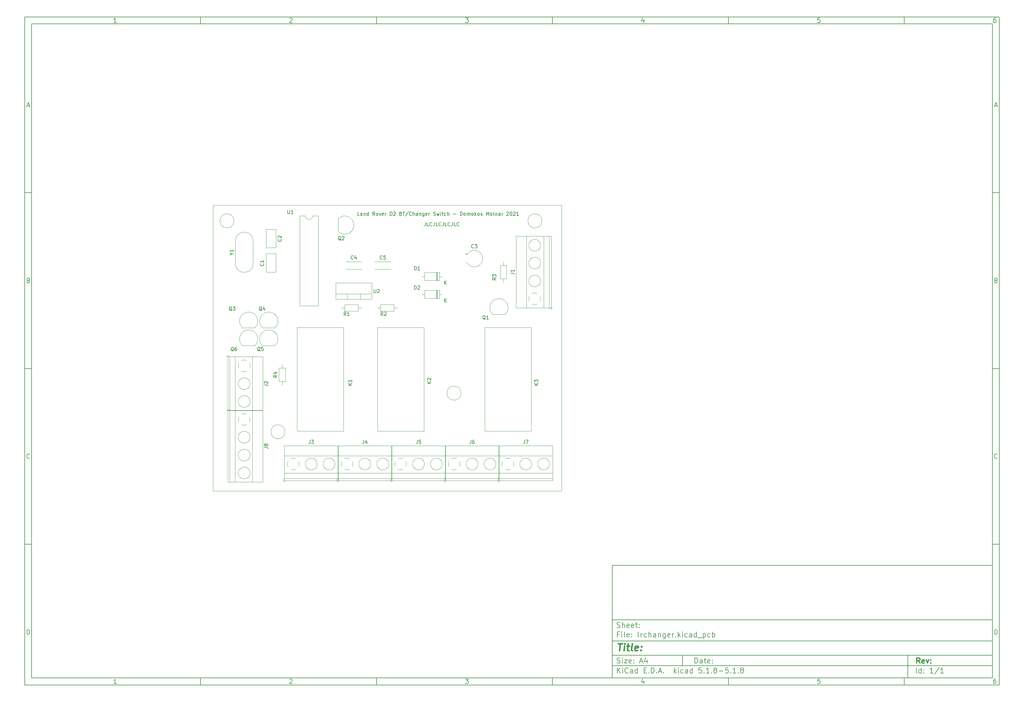
<source format=gbr>
%TF.GenerationSoftware,KiCad,Pcbnew,5.1.8-5.1.8*%
%TF.CreationDate,2021-02-08T23:37:39+01:00*%
%TF.ProjectId,lrchanger,6c726368-616e-4676-9572-2e6b69636164,rev?*%
%TF.SameCoordinates,Original*%
%TF.FileFunction,Legend,Top*%
%TF.FilePolarity,Positive*%
%FSLAX46Y46*%
G04 Gerber Fmt 4.6, Leading zero omitted, Abs format (unit mm)*
G04 Created by KiCad (PCBNEW 5.1.8-5.1.8) date 2021-02-08 23:37:39*
%MOMM*%
%LPD*%
G01*
G04 APERTURE LIST*
%ADD10C,0.100000*%
%ADD11C,0.150000*%
%ADD12C,0.300000*%
%ADD13C,0.400000*%
%TA.AperFunction,Profile*%
%ADD14C,0.050000*%
%TD*%
%ADD15C,0.120000*%
G04 APERTURE END LIST*
D10*
D11*
X177002200Y-166007200D02*
X177002200Y-198007200D01*
X285002200Y-198007200D01*
X285002200Y-166007200D01*
X177002200Y-166007200D01*
D10*
D11*
X10000000Y-10000000D02*
X10000000Y-200007200D01*
X287002200Y-200007200D01*
X287002200Y-10000000D01*
X10000000Y-10000000D01*
D10*
D11*
X12000000Y-12000000D02*
X12000000Y-198007200D01*
X285002200Y-198007200D01*
X285002200Y-12000000D01*
X12000000Y-12000000D01*
D10*
D11*
X60000000Y-12000000D02*
X60000000Y-10000000D01*
D10*
D11*
X110000000Y-12000000D02*
X110000000Y-10000000D01*
D10*
D11*
X160000000Y-12000000D02*
X160000000Y-10000000D01*
D10*
D11*
X210000000Y-12000000D02*
X210000000Y-10000000D01*
D10*
D11*
X260000000Y-12000000D02*
X260000000Y-10000000D01*
D10*
D11*
X36065476Y-11588095D02*
X35322619Y-11588095D01*
X35694047Y-11588095D02*
X35694047Y-10288095D01*
X35570238Y-10473809D01*
X35446428Y-10597619D01*
X35322619Y-10659523D01*
D10*
D11*
X85322619Y-10411904D02*
X85384523Y-10350000D01*
X85508333Y-10288095D01*
X85817857Y-10288095D01*
X85941666Y-10350000D01*
X86003571Y-10411904D01*
X86065476Y-10535714D01*
X86065476Y-10659523D01*
X86003571Y-10845238D01*
X85260714Y-11588095D01*
X86065476Y-11588095D01*
D10*
D11*
X135260714Y-10288095D02*
X136065476Y-10288095D01*
X135632142Y-10783333D01*
X135817857Y-10783333D01*
X135941666Y-10845238D01*
X136003571Y-10907142D01*
X136065476Y-11030952D01*
X136065476Y-11340476D01*
X136003571Y-11464285D01*
X135941666Y-11526190D01*
X135817857Y-11588095D01*
X135446428Y-11588095D01*
X135322619Y-11526190D01*
X135260714Y-11464285D01*
D10*
D11*
X185941666Y-10721428D02*
X185941666Y-11588095D01*
X185632142Y-10226190D02*
X185322619Y-11154761D01*
X186127380Y-11154761D01*
D10*
D11*
X236003571Y-10288095D02*
X235384523Y-10288095D01*
X235322619Y-10907142D01*
X235384523Y-10845238D01*
X235508333Y-10783333D01*
X235817857Y-10783333D01*
X235941666Y-10845238D01*
X236003571Y-10907142D01*
X236065476Y-11030952D01*
X236065476Y-11340476D01*
X236003571Y-11464285D01*
X235941666Y-11526190D01*
X235817857Y-11588095D01*
X235508333Y-11588095D01*
X235384523Y-11526190D01*
X235322619Y-11464285D01*
D10*
D11*
X285941666Y-10288095D02*
X285694047Y-10288095D01*
X285570238Y-10350000D01*
X285508333Y-10411904D01*
X285384523Y-10597619D01*
X285322619Y-10845238D01*
X285322619Y-11340476D01*
X285384523Y-11464285D01*
X285446428Y-11526190D01*
X285570238Y-11588095D01*
X285817857Y-11588095D01*
X285941666Y-11526190D01*
X286003571Y-11464285D01*
X286065476Y-11340476D01*
X286065476Y-11030952D01*
X286003571Y-10907142D01*
X285941666Y-10845238D01*
X285817857Y-10783333D01*
X285570238Y-10783333D01*
X285446428Y-10845238D01*
X285384523Y-10907142D01*
X285322619Y-11030952D01*
D10*
D11*
X60000000Y-198007200D02*
X60000000Y-200007200D01*
D10*
D11*
X110000000Y-198007200D02*
X110000000Y-200007200D01*
D10*
D11*
X160000000Y-198007200D02*
X160000000Y-200007200D01*
D10*
D11*
X210000000Y-198007200D02*
X210000000Y-200007200D01*
D10*
D11*
X260000000Y-198007200D02*
X260000000Y-200007200D01*
D10*
D11*
X36065476Y-199595295D02*
X35322619Y-199595295D01*
X35694047Y-199595295D02*
X35694047Y-198295295D01*
X35570238Y-198481009D01*
X35446428Y-198604819D01*
X35322619Y-198666723D01*
D10*
D11*
X85322619Y-198419104D02*
X85384523Y-198357200D01*
X85508333Y-198295295D01*
X85817857Y-198295295D01*
X85941666Y-198357200D01*
X86003571Y-198419104D01*
X86065476Y-198542914D01*
X86065476Y-198666723D01*
X86003571Y-198852438D01*
X85260714Y-199595295D01*
X86065476Y-199595295D01*
D10*
D11*
X135260714Y-198295295D02*
X136065476Y-198295295D01*
X135632142Y-198790533D01*
X135817857Y-198790533D01*
X135941666Y-198852438D01*
X136003571Y-198914342D01*
X136065476Y-199038152D01*
X136065476Y-199347676D01*
X136003571Y-199471485D01*
X135941666Y-199533390D01*
X135817857Y-199595295D01*
X135446428Y-199595295D01*
X135322619Y-199533390D01*
X135260714Y-199471485D01*
D10*
D11*
X185941666Y-198728628D02*
X185941666Y-199595295D01*
X185632142Y-198233390D02*
X185322619Y-199161961D01*
X186127380Y-199161961D01*
D10*
D11*
X236003571Y-198295295D02*
X235384523Y-198295295D01*
X235322619Y-198914342D01*
X235384523Y-198852438D01*
X235508333Y-198790533D01*
X235817857Y-198790533D01*
X235941666Y-198852438D01*
X236003571Y-198914342D01*
X236065476Y-199038152D01*
X236065476Y-199347676D01*
X236003571Y-199471485D01*
X235941666Y-199533390D01*
X235817857Y-199595295D01*
X235508333Y-199595295D01*
X235384523Y-199533390D01*
X235322619Y-199471485D01*
D10*
D11*
X285941666Y-198295295D02*
X285694047Y-198295295D01*
X285570238Y-198357200D01*
X285508333Y-198419104D01*
X285384523Y-198604819D01*
X285322619Y-198852438D01*
X285322619Y-199347676D01*
X285384523Y-199471485D01*
X285446428Y-199533390D01*
X285570238Y-199595295D01*
X285817857Y-199595295D01*
X285941666Y-199533390D01*
X286003571Y-199471485D01*
X286065476Y-199347676D01*
X286065476Y-199038152D01*
X286003571Y-198914342D01*
X285941666Y-198852438D01*
X285817857Y-198790533D01*
X285570238Y-198790533D01*
X285446428Y-198852438D01*
X285384523Y-198914342D01*
X285322619Y-199038152D01*
D10*
D11*
X10000000Y-60000000D02*
X12000000Y-60000000D01*
D10*
D11*
X10000000Y-110000000D02*
X12000000Y-110000000D01*
D10*
D11*
X10000000Y-160000000D02*
X12000000Y-160000000D01*
D10*
D11*
X10690476Y-35216666D02*
X11309523Y-35216666D01*
X10566666Y-35588095D02*
X11000000Y-34288095D01*
X11433333Y-35588095D01*
D10*
D11*
X11092857Y-84907142D02*
X11278571Y-84969047D01*
X11340476Y-85030952D01*
X11402380Y-85154761D01*
X11402380Y-85340476D01*
X11340476Y-85464285D01*
X11278571Y-85526190D01*
X11154761Y-85588095D01*
X10659523Y-85588095D01*
X10659523Y-84288095D01*
X11092857Y-84288095D01*
X11216666Y-84350000D01*
X11278571Y-84411904D01*
X11340476Y-84535714D01*
X11340476Y-84659523D01*
X11278571Y-84783333D01*
X11216666Y-84845238D01*
X11092857Y-84907142D01*
X10659523Y-84907142D01*
D10*
D11*
X11402380Y-135464285D02*
X11340476Y-135526190D01*
X11154761Y-135588095D01*
X11030952Y-135588095D01*
X10845238Y-135526190D01*
X10721428Y-135402380D01*
X10659523Y-135278571D01*
X10597619Y-135030952D01*
X10597619Y-134845238D01*
X10659523Y-134597619D01*
X10721428Y-134473809D01*
X10845238Y-134350000D01*
X11030952Y-134288095D01*
X11154761Y-134288095D01*
X11340476Y-134350000D01*
X11402380Y-134411904D01*
D10*
D11*
X10659523Y-185588095D02*
X10659523Y-184288095D01*
X10969047Y-184288095D01*
X11154761Y-184350000D01*
X11278571Y-184473809D01*
X11340476Y-184597619D01*
X11402380Y-184845238D01*
X11402380Y-185030952D01*
X11340476Y-185278571D01*
X11278571Y-185402380D01*
X11154761Y-185526190D01*
X10969047Y-185588095D01*
X10659523Y-185588095D01*
D10*
D11*
X287002200Y-60000000D02*
X285002200Y-60000000D01*
D10*
D11*
X287002200Y-110000000D02*
X285002200Y-110000000D01*
D10*
D11*
X287002200Y-160000000D02*
X285002200Y-160000000D01*
D10*
D11*
X285692676Y-35216666D02*
X286311723Y-35216666D01*
X285568866Y-35588095D02*
X286002200Y-34288095D01*
X286435533Y-35588095D01*
D10*
D11*
X286095057Y-84907142D02*
X286280771Y-84969047D01*
X286342676Y-85030952D01*
X286404580Y-85154761D01*
X286404580Y-85340476D01*
X286342676Y-85464285D01*
X286280771Y-85526190D01*
X286156961Y-85588095D01*
X285661723Y-85588095D01*
X285661723Y-84288095D01*
X286095057Y-84288095D01*
X286218866Y-84350000D01*
X286280771Y-84411904D01*
X286342676Y-84535714D01*
X286342676Y-84659523D01*
X286280771Y-84783333D01*
X286218866Y-84845238D01*
X286095057Y-84907142D01*
X285661723Y-84907142D01*
D10*
D11*
X286404580Y-135464285D02*
X286342676Y-135526190D01*
X286156961Y-135588095D01*
X286033152Y-135588095D01*
X285847438Y-135526190D01*
X285723628Y-135402380D01*
X285661723Y-135278571D01*
X285599819Y-135030952D01*
X285599819Y-134845238D01*
X285661723Y-134597619D01*
X285723628Y-134473809D01*
X285847438Y-134350000D01*
X286033152Y-134288095D01*
X286156961Y-134288095D01*
X286342676Y-134350000D01*
X286404580Y-134411904D01*
D10*
D11*
X285661723Y-185588095D02*
X285661723Y-184288095D01*
X285971247Y-184288095D01*
X286156961Y-184350000D01*
X286280771Y-184473809D01*
X286342676Y-184597619D01*
X286404580Y-184845238D01*
X286404580Y-185030952D01*
X286342676Y-185278571D01*
X286280771Y-185402380D01*
X286156961Y-185526190D01*
X285971247Y-185588095D01*
X285661723Y-185588095D01*
D10*
D11*
X200434342Y-193785771D02*
X200434342Y-192285771D01*
X200791485Y-192285771D01*
X201005771Y-192357200D01*
X201148628Y-192500057D01*
X201220057Y-192642914D01*
X201291485Y-192928628D01*
X201291485Y-193142914D01*
X201220057Y-193428628D01*
X201148628Y-193571485D01*
X201005771Y-193714342D01*
X200791485Y-193785771D01*
X200434342Y-193785771D01*
X202577200Y-193785771D02*
X202577200Y-193000057D01*
X202505771Y-192857200D01*
X202362914Y-192785771D01*
X202077200Y-192785771D01*
X201934342Y-192857200D01*
X202577200Y-193714342D02*
X202434342Y-193785771D01*
X202077200Y-193785771D01*
X201934342Y-193714342D01*
X201862914Y-193571485D01*
X201862914Y-193428628D01*
X201934342Y-193285771D01*
X202077200Y-193214342D01*
X202434342Y-193214342D01*
X202577200Y-193142914D01*
X203077200Y-192785771D02*
X203648628Y-192785771D01*
X203291485Y-192285771D02*
X203291485Y-193571485D01*
X203362914Y-193714342D01*
X203505771Y-193785771D01*
X203648628Y-193785771D01*
X204720057Y-193714342D02*
X204577200Y-193785771D01*
X204291485Y-193785771D01*
X204148628Y-193714342D01*
X204077200Y-193571485D01*
X204077200Y-193000057D01*
X204148628Y-192857200D01*
X204291485Y-192785771D01*
X204577200Y-192785771D01*
X204720057Y-192857200D01*
X204791485Y-193000057D01*
X204791485Y-193142914D01*
X204077200Y-193285771D01*
X205434342Y-193642914D02*
X205505771Y-193714342D01*
X205434342Y-193785771D01*
X205362914Y-193714342D01*
X205434342Y-193642914D01*
X205434342Y-193785771D01*
X205434342Y-192857200D02*
X205505771Y-192928628D01*
X205434342Y-193000057D01*
X205362914Y-192928628D01*
X205434342Y-192857200D01*
X205434342Y-193000057D01*
D10*
D11*
X177002200Y-194507200D02*
X285002200Y-194507200D01*
D10*
D11*
X178434342Y-196585771D02*
X178434342Y-195085771D01*
X179291485Y-196585771D02*
X178648628Y-195728628D01*
X179291485Y-195085771D02*
X178434342Y-195942914D01*
X179934342Y-196585771D02*
X179934342Y-195585771D01*
X179934342Y-195085771D02*
X179862914Y-195157200D01*
X179934342Y-195228628D01*
X180005771Y-195157200D01*
X179934342Y-195085771D01*
X179934342Y-195228628D01*
X181505771Y-196442914D02*
X181434342Y-196514342D01*
X181220057Y-196585771D01*
X181077200Y-196585771D01*
X180862914Y-196514342D01*
X180720057Y-196371485D01*
X180648628Y-196228628D01*
X180577200Y-195942914D01*
X180577200Y-195728628D01*
X180648628Y-195442914D01*
X180720057Y-195300057D01*
X180862914Y-195157200D01*
X181077200Y-195085771D01*
X181220057Y-195085771D01*
X181434342Y-195157200D01*
X181505771Y-195228628D01*
X182791485Y-196585771D02*
X182791485Y-195800057D01*
X182720057Y-195657200D01*
X182577200Y-195585771D01*
X182291485Y-195585771D01*
X182148628Y-195657200D01*
X182791485Y-196514342D02*
X182648628Y-196585771D01*
X182291485Y-196585771D01*
X182148628Y-196514342D01*
X182077200Y-196371485D01*
X182077200Y-196228628D01*
X182148628Y-196085771D01*
X182291485Y-196014342D01*
X182648628Y-196014342D01*
X182791485Y-195942914D01*
X184148628Y-196585771D02*
X184148628Y-195085771D01*
X184148628Y-196514342D02*
X184005771Y-196585771D01*
X183720057Y-196585771D01*
X183577200Y-196514342D01*
X183505771Y-196442914D01*
X183434342Y-196300057D01*
X183434342Y-195871485D01*
X183505771Y-195728628D01*
X183577200Y-195657200D01*
X183720057Y-195585771D01*
X184005771Y-195585771D01*
X184148628Y-195657200D01*
X186005771Y-195800057D02*
X186505771Y-195800057D01*
X186720057Y-196585771D02*
X186005771Y-196585771D01*
X186005771Y-195085771D01*
X186720057Y-195085771D01*
X187362914Y-196442914D02*
X187434342Y-196514342D01*
X187362914Y-196585771D01*
X187291485Y-196514342D01*
X187362914Y-196442914D01*
X187362914Y-196585771D01*
X188077200Y-196585771D02*
X188077200Y-195085771D01*
X188434342Y-195085771D01*
X188648628Y-195157200D01*
X188791485Y-195300057D01*
X188862914Y-195442914D01*
X188934342Y-195728628D01*
X188934342Y-195942914D01*
X188862914Y-196228628D01*
X188791485Y-196371485D01*
X188648628Y-196514342D01*
X188434342Y-196585771D01*
X188077200Y-196585771D01*
X189577200Y-196442914D02*
X189648628Y-196514342D01*
X189577200Y-196585771D01*
X189505771Y-196514342D01*
X189577200Y-196442914D01*
X189577200Y-196585771D01*
X190220057Y-196157200D02*
X190934342Y-196157200D01*
X190077200Y-196585771D02*
X190577200Y-195085771D01*
X191077200Y-196585771D01*
X191577200Y-196442914D02*
X191648628Y-196514342D01*
X191577200Y-196585771D01*
X191505771Y-196514342D01*
X191577200Y-196442914D01*
X191577200Y-196585771D01*
X194577200Y-196585771D02*
X194577200Y-195085771D01*
X194720057Y-196014342D02*
X195148628Y-196585771D01*
X195148628Y-195585771D02*
X194577200Y-196157200D01*
X195791485Y-196585771D02*
X195791485Y-195585771D01*
X195791485Y-195085771D02*
X195720057Y-195157200D01*
X195791485Y-195228628D01*
X195862914Y-195157200D01*
X195791485Y-195085771D01*
X195791485Y-195228628D01*
X197148628Y-196514342D02*
X197005771Y-196585771D01*
X196720057Y-196585771D01*
X196577200Y-196514342D01*
X196505771Y-196442914D01*
X196434342Y-196300057D01*
X196434342Y-195871485D01*
X196505771Y-195728628D01*
X196577200Y-195657200D01*
X196720057Y-195585771D01*
X197005771Y-195585771D01*
X197148628Y-195657200D01*
X198434342Y-196585771D02*
X198434342Y-195800057D01*
X198362914Y-195657200D01*
X198220057Y-195585771D01*
X197934342Y-195585771D01*
X197791485Y-195657200D01*
X198434342Y-196514342D02*
X198291485Y-196585771D01*
X197934342Y-196585771D01*
X197791485Y-196514342D01*
X197720057Y-196371485D01*
X197720057Y-196228628D01*
X197791485Y-196085771D01*
X197934342Y-196014342D01*
X198291485Y-196014342D01*
X198434342Y-195942914D01*
X199791485Y-196585771D02*
X199791485Y-195085771D01*
X199791485Y-196514342D02*
X199648628Y-196585771D01*
X199362914Y-196585771D01*
X199220057Y-196514342D01*
X199148628Y-196442914D01*
X199077200Y-196300057D01*
X199077200Y-195871485D01*
X199148628Y-195728628D01*
X199220057Y-195657200D01*
X199362914Y-195585771D01*
X199648628Y-195585771D01*
X199791485Y-195657200D01*
X202362914Y-195085771D02*
X201648628Y-195085771D01*
X201577200Y-195800057D01*
X201648628Y-195728628D01*
X201791485Y-195657200D01*
X202148628Y-195657200D01*
X202291485Y-195728628D01*
X202362914Y-195800057D01*
X202434342Y-195942914D01*
X202434342Y-196300057D01*
X202362914Y-196442914D01*
X202291485Y-196514342D01*
X202148628Y-196585771D01*
X201791485Y-196585771D01*
X201648628Y-196514342D01*
X201577200Y-196442914D01*
X203077200Y-196442914D02*
X203148628Y-196514342D01*
X203077200Y-196585771D01*
X203005771Y-196514342D01*
X203077200Y-196442914D01*
X203077200Y-196585771D01*
X204577200Y-196585771D02*
X203720057Y-196585771D01*
X204148628Y-196585771D02*
X204148628Y-195085771D01*
X204005771Y-195300057D01*
X203862914Y-195442914D01*
X203720057Y-195514342D01*
X205220057Y-196442914D02*
X205291485Y-196514342D01*
X205220057Y-196585771D01*
X205148628Y-196514342D01*
X205220057Y-196442914D01*
X205220057Y-196585771D01*
X206148628Y-195728628D02*
X206005771Y-195657200D01*
X205934342Y-195585771D01*
X205862914Y-195442914D01*
X205862914Y-195371485D01*
X205934342Y-195228628D01*
X206005771Y-195157200D01*
X206148628Y-195085771D01*
X206434342Y-195085771D01*
X206577200Y-195157200D01*
X206648628Y-195228628D01*
X206720057Y-195371485D01*
X206720057Y-195442914D01*
X206648628Y-195585771D01*
X206577200Y-195657200D01*
X206434342Y-195728628D01*
X206148628Y-195728628D01*
X206005771Y-195800057D01*
X205934342Y-195871485D01*
X205862914Y-196014342D01*
X205862914Y-196300057D01*
X205934342Y-196442914D01*
X206005771Y-196514342D01*
X206148628Y-196585771D01*
X206434342Y-196585771D01*
X206577200Y-196514342D01*
X206648628Y-196442914D01*
X206720057Y-196300057D01*
X206720057Y-196014342D01*
X206648628Y-195871485D01*
X206577200Y-195800057D01*
X206434342Y-195728628D01*
X207362914Y-196014342D02*
X208505771Y-196014342D01*
X209934342Y-195085771D02*
X209220057Y-195085771D01*
X209148628Y-195800057D01*
X209220057Y-195728628D01*
X209362914Y-195657200D01*
X209720057Y-195657200D01*
X209862914Y-195728628D01*
X209934342Y-195800057D01*
X210005771Y-195942914D01*
X210005771Y-196300057D01*
X209934342Y-196442914D01*
X209862914Y-196514342D01*
X209720057Y-196585771D01*
X209362914Y-196585771D01*
X209220057Y-196514342D01*
X209148628Y-196442914D01*
X210648628Y-196442914D02*
X210720057Y-196514342D01*
X210648628Y-196585771D01*
X210577200Y-196514342D01*
X210648628Y-196442914D01*
X210648628Y-196585771D01*
X212148628Y-196585771D02*
X211291485Y-196585771D01*
X211720057Y-196585771D02*
X211720057Y-195085771D01*
X211577200Y-195300057D01*
X211434342Y-195442914D01*
X211291485Y-195514342D01*
X212791485Y-196442914D02*
X212862914Y-196514342D01*
X212791485Y-196585771D01*
X212720057Y-196514342D01*
X212791485Y-196442914D01*
X212791485Y-196585771D01*
X213720057Y-195728628D02*
X213577200Y-195657200D01*
X213505771Y-195585771D01*
X213434342Y-195442914D01*
X213434342Y-195371485D01*
X213505771Y-195228628D01*
X213577200Y-195157200D01*
X213720057Y-195085771D01*
X214005771Y-195085771D01*
X214148628Y-195157200D01*
X214220057Y-195228628D01*
X214291485Y-195371485D01*
X214291485Y-195442914D01*
X214220057Y-195585771D01*
X214148628Y-195657200D01*
X214005771Y-195728628D01*
X213720057Y-195728628D01*
X213577200Y-195800057D01*
X213505771Y-195871485D01*
X213434342Y-196014342D01*
X213434342Y-196300057D01*
X213505771Y-196442914D01*
X213577200Y-196514342D01*
X213720057Y-196585771D01*
X214005771Y-196585771D01*
X214148628Y-196514342D01*
X214220057Y-196442914D01*
X214291485Y-196300057D01*
X214291485Y-196014342D01*
X214220057Y-195871485D01*
X214148628Y-195800057D01*
X214005771Y-195728628D01*
D10*
D11*
X177002200Y-191507200D02*
X285002200Y-191507200D01*
D10*
D12*
X264411485Y-193785771D02*
X263911485Y-193071485D01*
X263554342Y-193785771D02*
X263554342Y-192285771D01*
X264125771Y-192285771D01*
X264268628Y-192357200D01*
X264340057Y-192428628D01*
X264411485Y-192571485D01*
X264411485Y-192785771D01*
X264340057Y-192928628D01*
X264268628Y-193000057D01*
X264125771Y-193071485D01*
X263554342Y-193071485D01*
X265625771Y-193714342D02*
X265482914Y-193785771D01*
X265197200Y-193785771D01*
X265054342Y-193714342D01*
X264982914Y-193571485D01*
X264982914Y-193000057D01*
X265054342Y-192857200D01*
X265197200Y-192785771D01*
X265482914Y-192785771D01*
X265625771Y-192857200D01*
X265697200Y-193000057D01*
X265697200Y-193142914D01*
X264982914Y-193285771D01*
X266197200Y-192785771D02*
X266554342Y-193785771D01*
X266911485Y-192785771D01*
X267482914Y-193642914D02*
X267554342Y-193714342D01*
X267482914Y-193785771D01*
X267411485Y-193714342D01*
X267482914Y-193642914D01*
X267482914Y-193785771D01*
X267482914Y-192857200D02*
X267554342Y-192928628D01*
X267482914Y-193000057D01*
X267411485Y-192928628D01*
X267482914Y-192857200D01*
X267482914Y-193000057D01*
D10*
D11*
X178362914Y-193714342D02*
X178577200Y-193785771D01*
X178934342Y-193785771D01*
X179077200Y-193714342D01*
X179148628Y-193642914D01*
X179220057Y-193500057D01*
X179220057Y-193357200D01*
X179148628Y-193214342D01*
X179077200Y-193142914D01*
X178934342Y-193071485D01*
X178648628Y-193000057D01*
X178505771Y-192928628D01*
X178434342Y-192857200D01*
X178362914Y-192714342D01*
X178362914Y-192571485D01*
X178434342Y-192428628D01*
X178505771Y-192357200D01*
X178648628Y-192285771D01*
X179005771Y-192285771D01*
X179220057Y-192357200D01*
X179862914Y-193785771D02*
X179862914Y-192785771D01*
X179862914Y-192285771D02*
X179791485Y-192357200D01*
X179862914Y-192428628D01*
X179934342Y-192357200D01*
X179862914Y-192285771D01*
X179862914Y-192428628D01*
X180434342Y-192785771D02*
X181220057Y-192785771D01*
X180434342Y-193785771D01*
X181220057Y-193785771D01*
X182362914Y-193714342D02*
X182220057Y-193785771D01*
X181934342Y-193785771D01*
X181791485Y-193714342D01*
X181720057Y-193571485D01*
X181720057Y-193000057D01*
X181791485Y-192857200D01*
X181934342Y-192785771D01*
X182220057Y-192785771D01*
X182362914Y-192857200D01*
X182434342Y-193000057D01*
X182434342Y-193142914D01*
X181720057Y-193285771D01*
X183077200Y-193642914D02*
X183148628Y-193714342D01*
X183077200Y-193785771D01*
X183005771Y-193714342D01*
X183077200Y-193642914D01*
X183077200Y-193785771D01*
X183077200Y-192857200D02*
X183148628Y-192928628D01*
X183077200Y-193000057D01*
X183005771Y-192928628D01*
X183077200Y-192857200D01*
X183077200Y-193000057D01*
X184862914Y-193357200D02*
X185577200Y-193357200D01*
X184720057Y-193785771D02*
X185220057Y-192285771D01*
X185720057Y-193785771D01*
X186862914Y-192785771D02*
X186862914Y-193785771D01*
X186505771Y-192214342D02*
X186148628Y-193285771D01*
X187077200Y-193285771D01*
D10*
D11*
X263434342Y-196585771D02*
X263434342Y-195085771D01*
X264791485Y-196585771D02*
X264791485Y-195085771D01*
X264791485Y-196514342D02*
X264648628Y-196585771D01*
X264362914Y-196585771D01*
X264220057Y-196514342D01*
X264148628Y-196442914D01*
X264077200Y-196300057D01*
X264077200Y-195871485D01*
X264148628Y-195728628D01*
X264220057Y-195657200D01*
X264362914Y-195585771D01*
X264648628Y-195585771D01*
X264791485Y-195657200D01*
X265505771Y-196442914D02*
X265577200Y-196514342D01*
X265505771Y-196585771D01*
X265434342Y-196514342D01*
X265505771Y-196442914D01*
X265505771Y-196585771D01*
X265505771Y-195657200D02*
X265577200Y-195728628D01*
X265505771Y-195800057D01*
X265434342Y-195728628D01*
X265505771Y-195657200D01*
X265505771Y-195800057D01*
X268148628Y-196585771D02*
X267291485Y-196585771D01*
X267720057Y-196585771D02*
X267720057Y-195085771D01*
X267577200Y-195300057D01*
X267434342Y-195442914D01*
X267291485Y-195514342D01*
X269862914Y-195014342D02*
X268577200Y-196942914D01*
X271148628Y-196585771D02*
X270291485Y-196585771D01*
X270720057Y-196585771D02*
X270720057Y-195085771D01*
X270577200Y-195300057D01*
X270434342Y-195442914D01*
X270291485Y-195514342D01*
D10*
D11*
X177002200Y-187507200D02*
X285002200Y-187507200D01*
D10*
D13*
X178714580Y-188211961D02*
X179857438Y-188211961D01*
X179036009Y-190211961D02*
X179286009Y-188211961D01*
X180274104Y-190211961D02*
X180440771Y-188878628D01*
X180524104Y-188211961D02*
X180416961Y-188307200D01*
X180500295Y-188402438D01*
X180607438Y-188307200D01*
X180524104Y-188211961D01*
X180500295Y-188402438D01*
X181107438Y-188878628D02*
X181869342Y-188878628D01*
X181476485Y-188211961D02*
X181262200Y-189926247D01*
X181333628Y-190116723D01*
X181512200Y-190211961D01*
X181702676Y-190211961D01*
X182655057Y-190211961D02*
X182476485Y-190116723D01*
X182405057Y-189926247D01*
X182619342Y-188211961D01*
X184190771Y-190116723D02*
X183988390Y-190211961D01*
X183607438Y-190211961D01*
X183428866Y-190116723D01*
X183357438Y-189926247D01*
X183452676Y-189164342D01*
X183571723Y-188973866D01*
X183774104Y-188878628D01*
X184155057Y-188878628D01*
X184333628Y-188973866D01*
X184405057Y-189164342D01*
X184381247Y-189354819D01*
X183405057Y-189545295D01*
X185155057Y-190021485D02*
X185238390Y-190116723D01*
X185131247Y-190211961D01*
X185047914Y-190116723D01*
X185155057Y-190021485D01*
X185131247Y-190211961D01*
X185286009Y-188973866D02*
X185369342Y-189069104D01*
X185262200Y-189164342D01*
X185178866Y-189069104D01*
X185286009Y-188973866D01*
X185262200Y-189164342D01*
D10*
D11*
X178934342Y-185600057D02*
X178434342Y-185600057D01*
X178434342Y-186385771D02*
X178434342Y-184885771D01*
X179148628Y-184885771D01*
X179720057Y-186385771D02*
X179720057Y-185385771D01*
X179720057Y-184885771D02*
X179648628Y-184957200D01*
X179720057Y-185028628D01*
X179791485Y-184957200D01*
X179720057Y-184885771D01*
X179720057Y-185028628D01*
X180648628Y-186385771D02*
X180505771Y-186314342D01*
X180434342Y-186171485D01*
X180434342Y-184885771D01*
X181791485Y-186314342D02*
X181648628Y-186385771D01*
X181362914Y-186385771D01*
X181220057Y-186314342D01*
X181148628Y-186171485D01*
X181148628Y-185600057D01*
X181220057Y-185457200D01*
X181362914Y-185385771D01*
X181648628Y-185385771D01*
X181791485Y-185457200D01*
X181862914Y-185600057D01*
X181862914Y-185742914D01*
X181148628Y-185885771D01*
X182505771Y-186242914D02*
X182577200Y-186314342D01*
X182505771Y-186385771D01*
X182434342Y-186314342D01*
X182505771Y-186242914D01*
X182505771Y-186385771D01*
X182505771Y-185457200D02*
X182577200Y-185528628D01*
X182505771Y-185600057D01*
X182434342Y-185528628D01*
X182505771Y-185457200D01*
X182505771Y-185600057D01*
X184577200Y-186385771D02*
X184434342Y-186314342D01*
X184362914Y-186171485D01*
X184362914Y-184885771D01*
X185148628Y-186385771D02*
X185148628Y-185385771D01*
X185148628Y-185671485D02*
X185220057Y-185528628D01*
X185291485Y-185457200D01*
X185434342Y-185385771D01*
X185577200Y-185385771D01*
X186720057Y-186314342D02*
X186577200Y-186385771D01*
X186291485Y-186385771D01*
X186148628Y-186314342D01*
X186077200Y-186242914D01*
X186005771Y-186100057D01*
X186005771Y-185671485D01*
X186077200Y-185528628D01*
X186148628Y-185457200D01*
X186291485Y-185385771D01*
X186577200Y-185385771D01*
X186720057Y-185457200D01*
X187362914Y-186385771D02*
X187362914Y-184885771D01*
X188005771Y-186385771D02*
X188005771Y-185600057D01*
X187934342Y-185457200D01*
X187791485Y-185385771D01*
X187577200Y-185385771D01*
X187434342Y-185457200D01*
X187362914Y-185528628D01*
X189362914Y-186385771D02*
X189362914Y-185600057D01*
X189291485Y-185457200D01*
X189148628Y-185385771D01*
X188862914Y-185385771D01*
X188720057Y-185457200D01*
X189362914Y-186314342D02*
X189220057Y-186385771D01*
X188862914Y-186385771D01*
X188720057Y-186314342D01*
X188648628Y-186171485D01*
X188648628Y-186028628D01*
X188720057Y-185885771D01*
X188862914Y-185814342D01*
X189220057Y-185814342D01*
X189362914Y-185742914D01*
X190077200Y-185385771D02*
X190077200Y-186385771D01*
X190077200Y-185528628D02*
X190148628Y-185457200D01*
X190291485Y-185385771D01*
X190505771Y-185385771D01*
X190648628Y-185457200D01*
X190720057Y-185600057D01*
X190720057Y-186385771D01*
X192077200Y-185385771D02*
X192077200Y-186600057D01*
X192005771Y-186742914D01*
X191934342Y-186814342D01*
X191791485Y-186885771D01*
X191577200Y-186885771D01*
X191434342Y-186814342D01*
X192077200Y-186314342D02*
X191934342Y-186385771D01*
X191648628Y-186385771D01*
X191505771Y-186314342D01*
X191434342Y-186242914D01*
X191362914Y-186100057D01*
X191362914Y-185671485D01*
X191434342Y-185528628D01*
X191505771Y-185457200D01*
X191648628Y-185385771D01*
X191934342Y-185385771D01*
X192077200Y-185457200D01*
X193362914Y-186314342D02*
X193220057Y-186385771D01*
X192934342Y-186385771D01*
X192791485Y-186314342D01*
X192720057Y-186171485D01*
X192720057Y-185600057D01*
X192791485Y-185457200D01*
X192934342Y-185385771D01*
X193220057Y-185385771D01*
X193362914Y-185457200D01*
X193434342Y-185600057D01*
X193434342Y-185742914D01*
X192720057Y-185885771D01*
X194077200Y-186385771D02*
X194077200Y-185385771D01*
X194077200Y-185671485D02*
X194148628Y-185528628D01*
X194220057Y-185457200D01*
X194362914Y-185385771D01*
X194505771Y-185385771D01*
X195005771Y-186242914D02*
X195077200Y-186314342D01*
X195005771Y-186385771D01*
X194934342Y-186314342D01*
X195005771Y-186242914D01*
X195005771Y-186385771D01*
X195720057Y-186385771D02*
X195720057Y-184885771D01*
X195862914Y-185814342D02*
X196291485Y-186385771D01*
X196291485Y-185385771D02*
X195720057Y-185957200D01*
X196934342Y-186385771D02*
X196934342Y-185385771D01*
X196934342Y-184885771D02*
X196862914Y-184957200D01*
X196934342Y-185028628D01*
X197005771Y-184957200D01*
X196934342Y-184885771D01*
X196934342Y-185028628D01*
X198291485Y-186314342D02*
X198148628Y-186385771D01*
X197862914Y-186385771D01*
X197720057Y-186314342D01*
X197648628Y-186242914D01*
X197577200Y-186100057D01*
X197577200Y-185671485D01*
X197648628Y-185528628D01*
X197720057Y-185457200D01*
X197862914Y-185385771D01*
X198148628Y-185385771D01*
X198291485Y-185457200D01*
X199577200Y-186385771D02*
X199577200Y-185600057D01*
X199505771Y-185457200D01*
X199362914Y-185385771D01*
X199077200Y-185385771D01*
X198934342Y-185457200D01*
X199577200Y-186314342D02*
X199434342Y-186385771D01*
X199077200Y-186385771D01*
X198934342Y-186314342D01*
X198862914Y-186171485D01*
X198862914Y-186028628D01*
X198934342Y-185885771D01*
X199077200Y-185814342D01*
X199434342Y-185814342D01*
X199577200Y-185742914D01*
X200934342Y-186385771D02*
X200934342Y-184885771D01*
X200934342Y-186314342D02*
X200791485Y-186385771D01*
X200505771Y-186385771D01*
X200362914Y-186314342D01*
X200291485Y-186242914D01*
X200220057Y-186100057D01*
X200220057Y-185671485D01*
X200291485Y-185528628D01*
X200362914Y-185457200D01*
X200505771Y-185385771D01*
X200791485Y-185385771D01*
X200934342Y-185457200D01*
X201291485Y-186528628D02*
X202434342Y-186528628D01*
X202791485Y-185385771D02*
X202791485Y-186885771D01*
X202791485Y-185457200D02*
X202934342Y-185385771D01*
X203220057Y-185385771D01*
X203362914Y-185457200D01*
X203434342Y-185528628D01*
X203505771Y-185671485D01*
X203505771Y-186100057D01*
X203434342Y-186242914D01*
X203362914Y-186314342D01*
X203220057Y-186385771D01*
X202934342Y-186385771D01*
X202791485Y-186314342D01*
X204791485Y-186314342D02*
X204648628Y-186385771D01*
X204362914Y-186385771D01*
X204220057Y-186314342D01*
X204148628Y-186242914D01*
X204077200Y-186100057D01*
X204077200Y-185671485D01*
X204148628Y-185528628D01*
X204220057Y-185457200D01*
X204362914Y-185385771D01*
X204648628Y-185385771D01*
X204791485Y-185457200D01*
X205434342Y-186385771D02*
X205434342Y-184885771D01*
X205434342Y-185457200D02*
X205577200Y-185385771D01*
X205862914Y-185385771D01*
X206005771Y-185457200D01*
X206077200Y-185528628D01*
X206148628Y-185671485D01*
X206148628Y-186100057D01*
X206077200Y-186242914D01*
X206005771Y-186314342D01*
X205862914Y-186385771D01*
X205577200Y-186385771D01*
X205434342Y-186314342D01*
D10*
D11*
X177002200Y-181507200D02*
X285002200Y-181507200D01*
D10*
D11*
X178362914Y-183614342D02*
X178577200Y-183685771D01*
X178934342Y-183685771D01*
X179077200Y-183614342D01*
X179148628Y-183542914D01*
X179220057Y-183400057D01*
X179220057Y-183257200D01*
X179148628Y-183114342D01*
X179077200Y-183042914D01*
X178934342Y-182971485D01*
X178648628Y-182900057D01*
X178505771Y-182828628D01*
X178434342Y-182757200D01*
X178362914Y-182614342D01*
X178362914Y-182471485D01*
X178434342Y-182328628D01*
X178505771Y-182257200D01*
X178648628Y-182185771D01*
X179005771Y-182185771D01*
X179220057Y-182257200D01*
X179862914Y-183685771D02*
X179862914Y-182185771D01*
X180505771Y-183685771D02*
X180505771Y-182900057D01*
X180434342Y-182757200D01*
X180291485Y-182685771D01*
X180077200Y-182685771D01*
X179934342Y-182757200D01*
X179862914Y-182828628D01*
X181791485Y-183614342D02*
X181648628Y-183685771D01*
X181362914Y-183685771D01*
X181220057Y-183614342D01*
X181148628Y-183471485D01*
X181148628Y-182900057D01*
X181220057Y-182757200D01*
X181362914Y-182685771D01*
X181648628Y-182685771D01*
X181791485Y-182757200D01*
X181862914Y-182900057D01*
X181862914Y-183042914D01*
X181148628Y-183185771D01*
X183077200Y-183614342D02*
X182934342Y-183685771D01*
X182648628Y-183685771D01*
X182505771Y-183614342D01*
X182434342Y-183471485D01*
X182434342Y-182900057D01*
X182505771Y-182757200D01*
X182648628Y-182685771D01*
X182934342Y-182685771D01*
X183077200Y-182757200D01*
X183148628Y-182900057D01*
X183148628Y-183042914D01*
X182434342Y-183185771D01*
X183577200Y-182685771D02*
X184148628Y-182685771D01*
X183791485Y-182185771D02*
X183791485Y-183471485D01*
X183862914Y-183614342D01*
X184005771Y-183685771D01*
X184148628Y-183685771D01*
X184648628Y-183542914D02*
X184720057Y-183614342D01*
X184648628Y-183685771D01*
X184577200Y-183614342D01*
X184648628Y-183542914D01*
X184648628Y-183685771D01*
X184648628Y-182757200D02*
X184720057Y-182828628D01*
X184648628Y-182900057D01*
X184577200Y-182828628D01*
X184648628Y-182757200D01*
X184648628Y-182900057D01*
D10*
D11*
X197002200Y-191507200D02*
X197002200Y-194507200D01*
D10*
D11*
X261002200Y-191507200D02*
X261002200Y-198007200D01*
X123880952Y-68452380D02*
X123880952Y-69166666D01*
X123833333Y-69309523D01*
X123738095Y-69404761D01*
X123595238Y-69452380D01*
X123500000Y-69452380D01*
X124833333Y-69452380D02*
X124357142Y-69452380D01*
X124357142Y-68452380D01*
X125738095Y-69357142D02*
X125690476Y-69404761D01*
X125547619Y-69452380D01*
X125452380Y-69452380D01*
X125309523Y-69404761D01*
X125214285Y-69309523D01*
X125166666Y-69214285D01*
X125119047Y-69023809D01*
X125119047Y-68880952D01*
X125166666Y-68690476D01*
X125214285Y-68595238D01*
X125309523Y-68500000D01*
X125452380Y-68452380D01*
X125547619Y-68452380D01*
X125690476Y-68500000D01*
X125738095Y-68547619D01*
X126452380Y-68452380D02*
X126452380Y-69166666D01*
X126404761Y-69309523D01*
X126309523Y-69404761D01*
X126166666Y-69452380D01*
X126071428Y-69452380D01*
X127404761Y-69452380D02*
X126928571Y-69452380D01*
X126928571Y-68452380D01*
X128309523Y-69357142D02*
X128261904Y-69404761D01*
X128119047Y-69452380D01*
X128023809Y-69452380D01*
X127880952Y-69404761D01*
X127785714Y-69309523D01*
X127738095Y-69214285D01*
X127690476Y-69023809D01*
X127690476Y-68880952D01*
X127738095Y-68690476D01*
X127785714Y-68595238D01*
X127880952Y-68500000D01*
X128023809Y-68452380D01*
X128119047Y-68452380D01*
X128261904Y-68500000D01*
X128309523Y-68547619D01*
X129023809Y-68452380D02*
X129023809Y-69166666D01*
X128976190Y-69309523D01*
X128880952Y-69404761D01*
X128738095Y-69452380D01*
X128642857Y-69452380D01*
X129976190Y-69452380D02*
X129500000Y-69452380D01*
X129500000Y-68452380D01*
X130880952Y-69357142D02*
X130833333Y-69404761D01*
X130690476Y-69452380D01*
X130595238Y-69452380D01*
X130452380Y-69404761D01*
X130357142Y-69309523D01*
X130309523Y-69214285D01*
X130261904Y-69023809D01*
X130261904Y-68880952D01*
X130309523Y-68690476D01*
X130357142Y-68595238D01*
X130452380Y-68500000D01*
X130595238Y-68452380D01*
X130690476Y-68452380D01*
X130833333Y-68500000D01*
X130880952Y-68547619D01*
X131595238Y-68452380D02*
X131595238Y-69166666D01*
X131547619Y-69309523D01*
X131452380Y-69404761D01*
X131309523Y-69452380D01*
X131214285Y-69452380D01*
X132547619Y-69452380D02*
X132071428Y-69452380D01*
X132071428Y-68452380D01*
X133452380Y-69357142D02*
X133404761Y-69404761D01*
X133261904Y-69452380D01*
X133166666Y-69452380D01*
X133023809Y-69404761D01*
X132928571Y-69309523D01*
X132880952Y-69214285D01*
X132833333Y-69023809D01*
X132833333Y-68880952D01*
X132880952Y-68690476D01*
X132928571Y-68595238D01*
X133023809Y-68500000D01*
X133166666Y-68452380D01*
X133261904Y-68452380D01*
X133404761Y-68500000D01*
X133452380Y-68547619D01*
X105142857Y-66452380D02*
X104666666Y-66452380D01*
X104666666Y-65452380D01*
X105904761Y-66452380D02*
X105904761Y-65928571D01*
X105857142Y-65833333D01*
X105761904Y-65785714D01*
X105571428Y-65785714D01*
X105476190Y-65833333D01*
X105904761Y-66404761D02*
X105809523Y-66452380D01*
X105571428Y-66452380D01*
X105476190Y-66404761D01*
X105428571Y-66309523D01*
X105428571Y-66214285D01*
X105476190Y-66119047D01*
X105571428Y-66071428D01*
X105809523Y-66071428D01*
X105904761Y-66023809D01*
X106380952Y-65785714D02*
X106380952Y-66452380D01*
X106380952Y-65880952D02*
X106428571Y-65833333D01*
X106523809Y-65785714D01*
X106666666Y-65785714D01*
X106761904Y-65833333D01*
X106809523Y-65928571D01*
X106809523Y-66452380D01*
X107714285Y-66452380D02*
X107714285Y-65452380D01*
X107714285Y-66404761D02*
X107619047Y-66452380D01*
X107428571Y-66452380D01*
X107333333Y-66404761D01*
X107285714Y-66357142D01*
X107238095Y-66261904D01*
X107238095Y-65976190D01*
X107285714Y-65880952D01*
X107333333Y-65833333D01*
X107428571Y-65785714D01*
X107619047Y-65785714D01*
X107714285Y-65833333D01*
X109523809Y-66452380D02*
X109190476Y-65976190D01*
X108952380Y-66452380D02*
X108952380Y-65452380D01*
X109333333Y-65452380D01*
X109428571Y-65500000D01*
X109476190Y-65547619D01*
X109523809Y-65642857D01*
X109523809Y-65785714D01*
X109476190Y-65880952D01*
X109428571Y-65928571D01*
X109333333Y-65976190D01*
X108952380Y-65976190D01*
X110095238Y-66452380D02*
X110000000Y-66404761D01*
X109952380Y-66357142D01*
X109904761Y-66261904D01*
X109904761Y-65976190D01*
X109952380Y-65880952D01*
X110000000Y-65833333D01*
X110095238Y-65785714D01*
X110238095Y-65785714D01*
X110333333Y-65833333D01*
X110380952Y-65880952D01*
X110428571Y-65976190D01*
X110428571Y-66261904D01*
X110380952Y-66357142D01*
X110333333Y-66404761D01*
X110238095Y-66452380D01*
X110095238Y-66452380D01*
X110761904Y-65785714D02*
X111000000Y-66452380D01*
X111238095Y-65785714D01*
X112000000Y-66404761D02*
X111904761Y-66452380D01*
X111714285Y-66452380D01*
X111619047Y-66404761D01*
X111571428Y-66309523D01*
X111571428Y-65928571D01*
X111619047Y-65833333D01*
X111714285Y-65785714D01*
X111904761Y-65785714D01*
X112000000Y-65833333D01*
X112047619Y-65928571D01*
X112047619Y-66023809D01*
X111571428Y-66119047D01*
X112476190Y-66452380D02*
X112476190Y-65785714D01*
X112476190Y-65976190D02*
X112523809Y-65880952D01*
X112571428Y-65833333D01*
X112666666Y-65785714D01*
X112761904Y-65785714D01*
X113857142Y-66452380D02*
X113857142Y-65452380D01*
X114095238Y-65452380D01*
X114238095Y-65500000D01*
X114333333Y-65595238D01*
X114380952Y-65690476D01*
X114428571Y-65880952D01*
X114428571Y-66023809D01*
X114380952Y-66214285D01*
X114333333Y-66309523D01*
X114238095Y-66404761D01*
X114095238Y-66452380D01*
X113857142Y-66452380D01*
X114809523Y-65547619D02*
X114857142Y-65500000D01*
X114952380Y-65452380D01*
X115190476Y-65452380D01*
X115285714Y-65500000D01*
X115333333Y-65547619D01*
X115380952Y-65642857D01*
X115380952Y-65738095D01*
X115333333Y-65880952D01*
X114761904Y-66452380D01*
X115380952Y-66452380D01*
X116904761Y-65928571D02*
X117047619Y-65976190D01*
X117095238Y-66023809D01*
X117142857Y-66119047D01*
X117142857Y-66261904D01*
X117095238Y-66357142D01*
X117047619Y-66404761D01*
X116952380Y-66452380D01*
X116571428Y-66452380D01*
X116571428Y-65452380D01*
X116904761Y-65452380D01*
X117000000Y-65500000D01*
X117047619Y-65547619D01*
X117095238Y-65642857D01*
X117095238Y-65738095D01*
X117047619Y-65833333D01*
X117000000Y-65880952D01*
X116904761Y-65928571D01*
X116571428Y-65928571D01*
X117428571Y-65452380D02*
X118000000Y-65452380D01*
X117714285Y-66452380D02*
X117714285Y-65452380D01*
X119047619Y-65404761D02*
X118190476Y-66690476D01*
X119952380Y-66357142D02*
X119904761Y-66404761D01*
X119761904Y-66452380D01*
X119666666Y-66452380D01*
X119523809Y-66404761D01*
X119428571Y-66309523D01*
X119380952Y-66214285D01*
X119333333Y-66023809D01*
X119333333Y-65880952D01*
X119380952Y-65690476D01*
X119428571Y-65595238D01*
X119523809Y-65500000D01*
X119666666Y-65452380D01*
X119761904Y-65452380D01*
X119904761Y-65500000D01*
X119952380Y-65547619D01*
X120380952Y-66452380D02*
X120380952Y-65452380D01*
X120809523Y-66452380D02*
X120809523Y-65928571D01*
X120761904Y-65833333D01*
X120666666Y-65785714D01*
X120523809Y-65785714D01*
X120428571Y-65833333D01*
X120380952Y-65880952D01*
X121714285Y-66452380D02*
X121714285Y-65928571D01*
X121666666Y-65833333D01*
X121571428Y-65785714D01*
X121380952Y-65785714D01*
X121285714Y-65833333D01*
X121714285Y-66404761D02*
X121619047Y-66452380D01*
X121380952Y-66452380D01*
X121285714Y-66404761D01*
X121238095Y-66309523D01*
X121238095Y-66214285D01*
X121285714Y-66119047D01*
X121380952Y-66071428D01*
X121619047Y-66071428D01*
X121714285Y-66023809D01*
X122190476Y-65785714D02*
X122190476Y-66452380D01*
X122190476Y-65880952D02*
X122238095Y-65833333D01*
X122333333Y-65785714D01*
X122476190Y-65785714D01*
X122571428Y-65833333D01*
X122619047Y-65928571D01*
X122619047Y-66452380D01*
X123523809Y-65785714D02*
X123523809Y-66595238D01*
X123476190Y-66690476D01*
X123428571Y-66738095D01*
X123333333Y-66785714D01*
X123190476Y-66785714D01*
X123095238Y-66738095D01*
X123523809Y-66404761D02*
X123428571Y-66452380D01*
X123238095Y-66452380D01*
X123142857Y-66404761D01*
X123095238Y-66357142D01*
X123047619Y-66261904D01*
X123047619Y-65976190D01*
X123095238Y-65880952D01*
X123142857Y-65833333D01*
X123238095Y-65785714D01*
X123428571Y-65785714D01*
X123523809Y-65833333D01*
X124380952Y-66404761D02*
X124285714Y-66452380D01*
X124095238Y-66452380D01*
X124000000Y-66404761D01*
X123952380Y-66309523D01*
X123952380Y-65928571D01*
X124000000Y-65833333D01*
X124095238Y-65785714D01*
X124285714Y-65785714D01*
X124380952Y-65833333D01*
X124428571Y-65928571D01*
X124428571Y-66023809D01*
X123952380Y-66119047D01*
X124857142Y-66452380D02*
X124857142Y-65785714D01*
X124857142Y-65976190D02*
X124904761Y-65880952D01*
X124952380Y-65833333D01*
X125047619Y-65785714D01*
X125142857Y-65785714D01*
X126190476Y-66404761D02*
X126333333Y-66452380D01*
X126571428Y-66452380D01*
X126666666Y-66404761D01*
X126714285Y-66357142D01*
X126761904Y-66261904D01*
X126761904Y-66166666D01*
X126714285Y-66071428D01*
X126666666Y-66023809D01*
X126571428Y-65976190D01*
X126380952Y-65928571D01*
X126285714Y-65880952D01*
X126238095Y-65833333D01*
X126190476Y-65738095D01*
X126190476Y-65642857D01*
X126238095Y-65547619D01*
X126285714Y-65500000D01*
X126380952Y-65452380D01*
X126619047Y-65452380D01*
X126761904Y-65500000D01*
X127095238Y-65785714D02*
X127285714Y-66452380D01*
X127476190Y-65976190D01*
X127666666Y-66452380D01*
X127857142Y-65785714D01*
X128238095Y-66452380D02*
X128238095Y-65785714D01*
X128238095Y-65452380D02*
X128190476Y-65500000D01*
X128238095Y-65547619D01*
X128285714Y-65500000D01*
X128238095Y-65452380D01*
X128238095Y-65547619D01*
X128571428Y-65785714D02*
X128952380Y-65785714D01*
X128714285Y-65452380D02*
X128714285Y-66309523D01*
X128761904Y-66404761D01*
X128857142Y-66452380D01*
X128952380Y-66452380D01*
X129714285Y-66404761D02*
X129619047Y-66452380D01*
X129428571Y-66452380D01*
X129333333Y-66404761D01*
X129285714Y-66357142D01*
X129238095Y-66261904D01*
X129238095Y-65976190D01*
X129285714Y-65880952D01*
X129333333Y-65833333D01*
X129428571Y-65785714D01*
X129619047Y-65785714D01*
X129714285Y-65833333D01*
X130142857Y-66452380D02*
X130142857Y-65452380D01*
X130571428Y-66452380D02*
X130571428Y-65928571D01*
X130523809Y-65833333D01*
X130428571Y-65785714D01*
X130285714Y-65785714D01*
X130190476Y-65833333D01*
X130142857Y-65880952D01*
X131809523Y-66071428D02*
X132571428Y-66071428D01*
X133809523Y-66452380D02*
X133809523Y-65452380D01*
X134047619Y-65452380D01*
X134190476Y-65500000D01*
X134285714Y-65595238D01*
X134333333Y-65690476D01*
X134380952Y-65880952D01*
X134380952Y-66023809D01*
X134333333Y-66214285D01*
X134285714Y-66309523D01*
X134190476Y-66404761D01*
X134047619Y-66452380D01*
X133809523Y-66452380D01*
X134952380Y-66452380D02*
X134857142Y-66404761D01*
X134809523Y-66357142D01*
X134761904Y-66261904D01*
X134761904Y-65976190D01*
X134809523Y-65880952D01*
X134857142Y-65833333D01*
X134952380Y-65785714D01*
X135095238Y-65785714D01*
X135190476Y-65833333D01*
X135238095Y-65880952D01*
X135285714Y-65976190D01*
X135285714Y-66261904D01*
X135238095Y-66357142D01*
X135190476Y-66404761D01*
X135095238Y-66452380D01*
X134952380Y-66452380D01*
X135714285Y-66452380D02*
X135714285Y-65785714D01*
X135714285Y-65880952D02*
X135761904Y-65833333D01*
X135857142Y-65785714D01*
X136000000Y-65785714D01*
X136095238Y-65833333D01*
X136142857Y-65928571D01*
X136142857Y-66452380D01*
X136142857Y-65928571D02*
X136190476Y-65833333D01*
X136285714Y-65785714D01*
X136428571Y-65785714D01*
X136523809Y-65833333D01*
X136571428Y-65928571D01*
X136571428Y-66452380D01*
X137190476Y-66452380D02*
X137095238Y-66404761D01*
X137047619Y-66357142D01*
X137000000Y-66261904D01*
X137000000Y-65976190D01*
X137047619Y-65880952D01*
X137095238Y-65833333D01*
X137190476Y-65785714D01*
X137333333Y-65785714D01*
X137428571Y-65833333D01*
X137476190Y-65880952D01*
X137523809Y-65976190D01*
X137523809Y-66261904D01*
X137476190Y-66357142D01*
X137428571Y-66404761D01*
X137333333Y-66452380D01*
X137190476Y-66452380D01*
X137952380Y-66452380D02*
X137952380Y-65452380D01*
X138047619Y-66071428D02*
X138333333Y-66452380D01*
X138333333Y-65785714D02*
X137952380Y-66166666D01*
X138904761Y-66452380D02*
X138809523Y-66404761D01*
X138761904Y-66357142D01*
X138714285Y-66261904D01*
X138714285Y-65976190D01*
X138761904Y-65880952D01*
X138809523Y-65833333D01*
X138904761Y-65785714D01*
X139047619Y-65785714D01*
X139142857Y-65833333D01*
X139190476Y-65880952D01*
X139238095Y-65976190D01*
X139238095Y-66261904D01*
X139190476Y-66357142D01*
X139142857Y-66404761D01*
X139047619Y-66452380D01*
X138904761Y-66452380D01*
X139619047Y-66404761D02*
X139714285Y-66452380D01*
X139904761Y-66452380D01*
X140000000Y-66404761D01*
X140047619Y-66309523D01*
X140047619Y-66261904D01*
X140000000Y-66166666D01*
X139904761Y-66119047D01*
X139761904Y-66119047D01*
X139666666Y-66071428D01*
X139619047Y-65976190D01*
X139619047Y-65928571D01*
X139666666Y-65833333D01*
X139761904Y-65785714D01*
X139904761Y-65785714D01*
X140000000Y-65833333D01*
X141238095Y-66452380D02*
X141238095Y-65452380D01*
X141571428Y-66166666D01*
X141904761Y-65452380D01*
X141904761Y-66452380D01*
X142523809Y-66452380D02*
X142428571Y-66404761D01*
X142380952Y-66357142D01*
X142333333Y-66261904D01*
X142333333Y-65976190D01*
X142380952Y-65880952D01*
X142428571Y-65833333D01*
X142523809Y-65785714D01*
X142666666Y-65785714D01*
X142761904Y-65833333D01*
X142809523Y-65880952D01*
X142857142Y-65976190D01*
X142857142Y-66261904D01*
X142809523Y-66357142D01*
X142761904Y-66404761D01*
X142666666Y-66452380D01*
X142523809Y-66452380D01*
X143428571Y-66452380D02*
X143333333Y-66404761D01*
X143285714Y-66309523D01*
X143285714Y-65452380D01*
X143809523Y-65785714D02*
X143809523Y-66452380D01*
X143809523Y-65880952D02*
X143857142Y-65833333D01*
X143952380Y-65785714D01*
X144095238Y-65785714D01*
X144190476Y-65833333D01*
X144238095Y-65928571D01*
X144238095Y-66452380D01*
X145142857Y-66452380D02*
X145142857Y-65928571D01*
X145095238Y-65833333D01*
X144999999Y-65785714D01*
X144809523Y-65785714D01*
X144714285Y-65833333D01*
X145142857Y-66404761D02*
X145047619Y-66452380D01*
X144809523Y-66452380D01*
X144714285Y-66404761D01*
X144666666Y-66309523D01*
X144666666Y-66214285D01*
X144714285Y-66119047D01*
X144809523Y-66071428D01*
X145047619Y-66071428D01*
X145142857Y-66023809D01*
X145619047Y-66452380D02*
X145619047Y-65785714D01*
X145619047Y-65976190D02*
X145666666Y-65880952D01*
X145714285Y-65833333D01*
X145809523Y-65785714D01*
X145904761Y-65785714D01*
X146952380Y-65547619D02*
X146999999Y-65500000D01*
X147095238Y-65452380D01*
X147333333Y-65452380D01*
X147428571Y-65500000D01*
X147476190Y-65547619D01*
X147523809Y-65642857D01*
X147523809Y-65738095D01*
X147476190Y-65880952D01*
X146904761Y-66452380D01*
X147523809Y-66452380D01*
X148142857Y-65452380D02*
X148238095Y-65452380D01*
X148333333Y-65500000D01*
X148380952Y-65547619D01*
X148428571Y-65642857D01*
X148476190Y-65833333D01*
X148476190Y-66071428D01*
X148428571Y-66261904D01*
X148380952Y-66357142D01*
X148333333Y-66404761D01*
X148238095Y-66452380D01*
X148142857Y-66452380D01*
X148047619Y-66404761D01*
X147999999Y-66357142D01*
X147952380Y-66261904D01*
X147904761Y-66071428D01*
X147904761Y-65833333D01*
X147952380Y-65642857D01*
X147999999Y-65547619D01*
X148047619Y-65500000D01*
X148142857Y-65452380D01*
X148857142Y-65547619D02*
X148904761Y-65500000D01*
X149000000Y-65452380D01*
X149238095Y-65452380D01*
X149333333Y-65500000D01*
X149380952Y-65547619D01*
X149428571Y-65642857D01*
X149428571Y-65738095D01*
X149380952Y-65880952D01*
X148809523Y-66452380D01*
X149428571Y-66452380D01*
X150380952Y-66452380D02*
X149809523Y-66452380D01*
X150095238Y-66452380D02*
X150095238Y-65452380D01*
X150000000Y-65595238D01*
X149904761Y-65690476D01*
X149809523Y-65738095D01*
D14*
X84000000Y-128000000D02*
G75*
G03*
X84000000Y-128000000I-2000000J0D01*
G01*
X134000000Y-117000000D02*
G75*
G03*
X134000000Y-117000000I-2000000J0D01*
G01*
X157000000Y-68000000D02*
G75*
G03*
X157000000Y-68000000I-2000000J0D01*
G01*
X69500000Y-68000000D02*
G75*
G03*
X69500000Y-68000000I-2000000J0D01*
G01*
X63500000Y-144780000D02*
X63500000Y-63500000D01*
X162560000Y-144780000D02*
X63500000Y-144780000D01*
X162560000Y-63500000D02*
X162560000Y-144780000D01*
X63500000Y-63500000D02*
X162560000Y-63500000D01*
D15*
%TO.C,Y1*%
X74915000Y-73735000D02*
G75*
G03*
X69865000Y-73735000I-2525000J0D01*
G01*
X74915000Y-80135000D02*
G75*
G02*
X69865000Y-80135000I-2525000J0D01*
G01*
X69865000Y-80135000D02*
X69865000Y-73735000D01*
X74915000Y-80135000D02*
X74915000Y-73735000D01*
%TO.C,R4*%
X82265000Y-113680000D02*
X84105000Y-113680000D01*
X84105000Y-113680000D02*
X84105000Y-109840000D01*
X84105000Y-109840000D02*
X82265000Y-109840000D01*
X82265000Y-109840000D02*
X82265000Y-113680000D01*
X83185000Y-114630000D02*
X83185000Y-113680000D01*
X83185000Y-108890000D02*
X83185000Y-109840000D01*
%TO.C,R3*%
X145130000Y-84470000D02*
X146970000Y-84470000D01*
X146970000Y-84470000D02*
X146970000Y-80630000D01*
X146970000Y-80630000D02*
X145130000Y-80630000D01*
X145130000Y-80630000D02*
X145130000Y-84470000D01*
X146050000Y-85420000D02*
X146050000Y-84470000D01*
X146050000Y-79680000D02*
X146050000Y-80630000D01*
%TO.C,R2*%
X111110000Y-91790000D02*
X111110000Y-93630000D01*
X111110000Y-93630000D02*
X114950000Y-93630000D01*
X114950000Y-93630000D02*
X114950000Y-91790000D01*
X114950000Y-91790000D02*
X111110000Y-91790000D01*
X110160000Y-92710000D02*
X111110000Y-92710000D01*
X115900000Y-92710000D02*
X114950000Y-92710000D01*
%TO.C,R1*%
X100950000Y-91790000D02*
X100950000Y-93630000D01*
X100950000Y-93630000D02*
X104790000Y-93630000D01*
X104790000Y-93630000D02*
X104790000Y-91790000D01*
X104790000Y-91790000D02*
X100950000Y-91790000D01*
X100000000Y-92710000D02*
X100950000Y-92710000D01*
X105740000Y-92710000D02*
X104790000Y-92710000D01*
%TO.C,K3*%
X153924000Y-98298000D02*
X153924000Y-127762000D01*
X153924000Y-127762000D02*
X140716000Y-127762000D01*
X140716000Y-127762000D02*
X140716000Y-98298000D01*
X140716000Y-98298000D02*
X153924000Y-98298000D01*
%TO.C,K2*%
X123444000Y-98298000D02*
X123444000Y-127762000D01*
X123444000Y-127762000D02*
X110236000Y-127762000D01*
X110236000Y-127762000D02*
X110236000Y-98298000D01*
X110236000Y-98298000D02*
X123444000Y-98298000D01*
%TO.C,K1*%
X100584000Y-98298000D02*
X100584000Y-127762000D01*
X100584000Y-127762000D02*
X87376000Y-127762000D01*
X87376000Y-127762000D02*
X87376000Y-98298000D01*
X87376000Y-98298000D02*
X100584000Y-98298000D01*
%TO.C,J8*%
X70709747Y-124488805D02*
G75*
G02*
X70855000Y-123776000I1680253J28805D01*
G01*
X71706958Y-122924574D02*
G75*
G02*
X73074000Y-122925000I683042J-1535426D01*
G01*
X73925426Y-123776958D02*
G75*
G02*
X73925000Y-125144000I-1535426J-683042D01*
G01*
X73073042Y-125995426D02*
G75*
G02*
X71706000Y-125995000I-683042J1535426D01*
G01*
X70855244Y-125143318D02*
G75*
G02*
X70710000Y-124460000I1534756J683318D01*
G01*
X74070000Y-129540000D02*
G75*
G03*
X74070000Y-129540000I-1680000J0D01*
G01*
X74070000Y-134620000D02*
G75*
G03*
X74070000Y-134620000I-1680000J0D01*
G01*
X74070000Y-139700000D02*
G75*
G03*
X74070000Y-139700000I-1680000J0D01*
G01*
X68290000Y-121860000D02*
X68290000Y-142300000D01*
X69790000Y-121860000D02*
X69790000Y-142300000D01*
X74691000Y-121860000D02*
X74691000Y-142300000D01*
X77651000Y-121860000D02*
X77651000Y-142300000D01*
X67730000Y-121860000D02*
X67730000Y-142300000D01*
X77651000Y-121860000D02*
X67730000Y-121860000D01*
X77651000Y-142300000D02*
X67730000Y-142300000D01*
X73459000Y-130815000D02*
X73413000Y-130768000D01*
X71151000Y-128506000D02*
X71116000Y-128471000D01*
X73665000Y-130610000D02*
X73629000Y-130575000D01*
X71367000Y-128313000D02*
X71321000Y-128266000D01*
X73459000Y-135895000D02*
X73413000Y-135848000D01*
X71151000Y-133586000D02*
X71116000Y-133551000D01*
X73665000Y-135690000D02*
X73629000Y-135655000D01*
X71367000Y-133393000D02*
X71321000Y-133346000D01*
X73459000Y-140975000D02*
X73413000Y-140928000D01*
X71151000Y-138666000D02*
X71116000Y-138631000D01*
X73665000Y-140770000D02*
X73629000Y-140735000D01*
X71367000Y-138473000D02*
X71321000Y-138426000D01*
X68230000Y-121620000D02*
X67490000Y-121620000D01*
X67490000Y-121620000D02*
X67490000Y-122120000D01*
%TO.C,J7*%
X147348805Y-138840253D02*
G75*
G02*
X146636000Y-138695000I-28805J1680253D01*
G01*
X145784574Y-137843042D02*
G75*
G02*
X145785000Y-136476000I1535426J683042D01*
G01*
X146636958Y-135624574D02*
G75*
G02*
X148004000Y-135625000I683042J-1535426D01*
G01*
X148855426Y-136476958D02*
G75*
G02*
X148855000Y-137844000I-1535426J-683042D01*
G01*
X148003318Y-138694756D02*
G75*
G02*
X147320000Y-138840000I-683318J1534756D01*
G01*
X154080000Y-137160000D02*
G75*
G03*
X154080000Y-137160000I-1680000J0D01*
G01*
X159160000Y-137160000D02*
G75*
G03*
X159160000Y-137160000I-1680000J0D01*
G01*
X144720000Y-141260000D02*
X160080000Y-141260000D01*
X144720000Y-139760000D02*
X160080000Y-139760000D01*
X144720000Y-134859000D02*
X160080000Y-134859000D01*
X144720000Y-131899000D02*
X160080000Y-131899000D01*
X144720000Y-141820000D02*
X160080000Y-141820000D01*
X144720000Y-131899000D02*
X144720000Y-141820000D01*
X160080000Y-131899000D02*
X160080000Y-141820000D01*
X153675000Y-136091000D02*
X153628000Y-136137000D01*
X151366000Y-138399000D02*
X151331000Y-138434000D01*
X153470000Y-135885000D02*
X153435000Y-135921000D01*
X151173000Y-138183000D02*
X151126000Y-138229000D01*
X158755000Y-136091000D02*
X158708000Y-136137000D01*
X156446000Y-138399000D02*
X156411000Y-138434000D01*
X158550000Y-135885000D02*
X158515000Y-135921000D01*
X156253000Y-138183000D02*
X156206000Y-138229000D01*
X144480000Y-141320000D02*
X144480000Y-142060000D01*
X144480000Y-142060000D02*
X144980000Y-142060000D01*
%TO.C,J6*%
X132108805Y-138840253D02*
G75*
G02*
X131396000Y-138695000I-28805J1680253D01*
G01*
X130544574Y-137843042D02*
G75*
G02*
X130545000Y-136476000I1535426J683042D01*
G01*
X131396958Y-135624574D02*
G75*
G02*
X132764000Y-135625000I683042J-1535426D01*
G01*
X133615426Y-136476958D02*
G75*
G02*
X133615000Y-137844000I-1535426J-683042D01*
G01*
X132763318Y-138694756D02*
G75*
G02*
X132080000Y-138840000I-683318J1534756D01*
G01*
X138840000Y-137160000D02*
G75*
G03*
X138840000Y-137160000I-1680000J0D01*
G01*
X143920000Y-137160000D02*
G75*
G03*
X143920000Y-137160000I-1680000J0D01*
G01*
X129480000Y-141260000D02*
X144840000Y-141260000D01*
X129480000Y-139760000D02*
X144840000Y-139760000D01*
X129480000Y-134859000D02*
X144840000Y-134859000D01*
X129480000Y-131899000D02*
X144840000Y-131899000D01*
X129480000Y-141820000D02*
X144840000Y-141820000D01*
X129480000Y-131899000D02*
X129480000Y-141820000D01*
X144840000Y-131899000D02*
X144840000Y-141820000D01*
X138435000Y-136091000D02*
X138388000Y-136137000D01*
X136126000Y-138399000D02*
X136091000Y-138434000D01*
X138230000Y-135885000D02*
X138195000Y-135921000D01*
X135933000Y-138183000D02*
X135886000Y-138229000D01*
X143515000Y-136091000D02*
X143468000Y-136137000D01*
X141206000Y-138399000D02*
X141171000Y-138434000D01*
X143310000Y-135885000D02*
X143275000Y-135921000D01*
X141013000Y-138183000D02*
X140966000Y-138229000D01*
X129240000Y-141320000D02*
X129240000Y-142060000D01*
X129240000Y-142060000D02*
X129740000Y-142060000D01*
%TO.C,J5*%
X116868805Y-138840253D02*
G75*
G02*
X116156000Y-138695000I-28805J1680253D01*
G01*
X115304574Y-137843042D02*
G75*
G02*
X115305000Y-136476000I1535426J683042D01*
G01*
X116156958Y-135624574D02*
G75*
G02*
X117524000Y-135625000I683042J-1535426D01*
G01*
X118375426Y-136476958D02*
G75*
G02*
X118375000Y-137844000I-1535426J-683042D01*
G01*
X117523318Y-138694756D02*
G75*
G02*
X116840000Y-138840000I-683318J1534756D01*
G01*
X123600000Y-137160000D02*
G75*
G03*
X123600000Y-137160000I-1680000J0D01*
G01*
X128680000Y-137160000D02*
G75*
G03*
X128680000Y-137160000I-1680000J0D01*
G01*
X114240000Y-141260000D02*
X129600000Y-141260000D01*
X114240000Y-139760000D02*
X129600000Y-139760000D01*
X114240000Y-134859000D02*
X129600000Y-134859000D01*
X114240000Y-131899000D02*
X129600000Y-131899000D01*
X114240000Y-141820000D02*
X129600000Y-141820000D01*
X114240000Y-131899000D02*
X114240000Y-141820000D01*
X129600000Y-131899000D02*
X129600000Y-141820000D01*
X123195000Y-136091000D02*
X123148000Y-136137000D01*
X120886000Y-138399000D02*
X120851000Y-138434000D01*
X122990000Y-135885000D02*
X122955000Y-135921000D01*
X120693000Y-138183000D02*
X120646000Y-138229000D01*
X128275000Y-136091000D02*
X128228000Y-136137000D01*
X125966000Y-138399000D02*
X125931000Y-138434000D01*
X128070000Y-135885000D02*
X128035000Y-135921000D01*
X125773000Y-138183000D02*
X125726000Y-138229000D01*
X114000000Y-141320000D02*
X114000000Y-142060000D01*
X114000000Y-142060000D02*
X114500000Y-142060000D01*
%TO.C,J4*%
X101628805Y-138840253D02*
G75*
G02*
X100916000Y-138695000I-28805J1680253D01*
G01*
X100064574Y-137843042D02*
G75*
G02*
X100065000Y-136476000I1535426J683042D01*
G01*
X100916958Y-135624574D02*
G75*
G02*
X102284000Y-135625000I683042J-1535426D01*
G01*
X103135426Y-136476958D02*
G75*
G02*
X103135000Y-137844000I-1535426J-683042D01*
G01*
X102283318Y-138694756D02*
G75*
G02*
X101600000Y-138840000I-683318J1534756D01*
G01*
X108360000Y-137160000D02*
G75*
G03*
X108360000Y-137160000I-1680000J0D01*
G01*
X113440000Y-137160000D02*
G75*
G03*
X113440000Y-137160000I-1680000J0D01*
G01*
X99000000Y-141260000D02*
X114360000Y-141260000D01*
X99000000Y-139760000D02*
X114360000Y-139760000D01*
X99000000Y-134859000D02*
X114360000Y-134859000D01*
X99000000Y-131899000D02*
X114360000Y-131899000D01*
X99000000Y-141820000D02*
X114360000Y-141820000D01*
X99000000Y-131899000D02*
X99000000Y-141820000D01*
X114360000Y-131899000D02*
X114360000Y-141820000D01*
X107955000Y-136091000D02*
X107908000Y-136137000D01*
X105646000Y-138399000D02*
X105611000Y-138434000D01*
X107750000Y-135885000D02*
X107715000Y-135921000D01*
X105453000Y-138183000D02*
X105406000Y-138229000D01*
X113035000Y-136091000D02*
X112988000Y-136137000D01*
X110726000Y-138399000D02*
X110691000Y-138434000D01*
X112830000Y-135885000D02*
X112795000Y-135921000D01*
X110533000Y-138183000D02*
X110486000Y-138229000D01*
X98760000Y-141320000D02*
X98760000Y-142060000D01*
X98760000Y-142060000D02*
X99260000Y-142060000D01*
%TO.C,J3*%
X86388805Y-138840253D02*
G75*
G02*
X85676000Y-138695000I-28805J1680253D01*
G01*
X84824574Y-137843042D02*
G75*
G02*
X84825000Y-136476000I1535426J683042D01*
G01*
X85676958Y-135624574D02*
G75*
G02*
X87044000Y-135625000I683042J-1535426D01*
G01*
X87895426Y-136476958D02*
G75*
G02*
X87895000Y-137844000I-1535426J-683042D01*
G01*
X87043318Y-138694756D02*
G75*
G02*
X86360000Y-138840000I-683318J1534756D01*
G01*
X93120000Y-137160000D02*
G75*
G03*
X93120000Y-137160000I-1680000J0D01*
G01*
X98200000Y-137160000D02*
G75*
G03*
X98200000Y-137160000I-1680000J0D01*
G01*
X83760000Y-141260000D02*
X99120000Y-141260000D01*
X83760000Y-139760000D02*
X99120000Y-139760000D01*
X83760000Y-134859000D02*
X99120000Y-134859000D01*
X83760000Y-131899000D02*
X99120000Y-131899000D01*
X83760000Y-141820000D02*
X99120000Y-141820000D01*
X83760000Y-131899000D02*
X83760000Y-141820000D01*
X99120000Y-131899000D02*
X99120000Y-141820000D01*
X92715000Y-136091000D02*
X92668000Y-136137000D01*
X90406000Y-138399000D02*
X90371000Y-138434000D01*
X92510000Y-135885000D02*
X92475000Y-135921000D01*
X90213000Y-138183000D02*
X90166000Y-138229000D01*
X97795000Y-136091000D02*
X97748000Y-136137000D01*
X95486000Y-138399000D02*
X95451000Y-138434000D01*
X97590000Y-135885000D02*
X97555000Y-135921000D01*
X95293000Y-138183000D02*
X95246000Y-138229000D01*
X83520000Y-141320000D02*
X83520000Y-142060000D01*
X83520000Y-142060000D02*
X84020000Y-142060000D01*
%TO.C,J2*%
X70709747Y-109248805D02*
G75*
G02*
X70855000Y-108536000I1680253J28805D01*
G01*
X71706958Y-107684574D02*
G75*
G02*
X73074000Y-107685000I683042J-1535426D01*
G01*
X73925426Y-108536958D02*
G75*
G02*
X73925000Y-109904000I-1535426J-683042D01*
G01*
X73073042Y-110755426D02*
G75*
G02*
X71706000Y-110755000I-683042J1535426D01*
G01*
X70855244Y-109903318D02*
G75*
G02*
X70710000Y-109220000I1534756J683318D01*
G01*
X74070000Y-114300000D02*
G75*
G03*
X74070000Y-114300000I-1680000J0D01*
G01*
X74070000Y-119380000D02*
G75*
G03*
X74070000Y-119380000I-1680000J0D01*
G01*
X68290000Y-106620000D02*
X68290000Y-121980000D01*
X69790000Y-106620000D02*
X69790000Y-121980000D01*
X74691000Y-106620000D02*
X74691000Y-121980000D01*
X77651000Y-106620000D02*
X77651000Y-121980000D01*
X67730000Y-106620000D02*
X67730000Y-121980000D01*
X77651000Y-106620000D02*
X67730000Y-106620000D01*
X77651000Y-121980000D02*
X67730000Y-121980000D01*
X73459000Y-115575000D02*
X73413000Y-115528000D01*
X71151000Y-113266000D02*
X71116000Y-113231000D01*
X73665000Y-115370000D02*
X73629000Y-115335000D01*
X71367000Y-113073000D02*
X71321000Y-113026000D01*
X73459000Y-120655000D02*
X73413000Y-120608000D01*
X71151000Y-118346000D02*
X71116000Y-118311000D01*
X73665000Y-120450000D02*
X73629000Y-120415000D01*
X71367000Y-118153000D02*
X71321000Y-118106000D01*
X68230000Y-106380000D02*
X67490000Y-106380000D01*
X67490000Y-106380000D02*
X67490000Y-106880000D01*
%TO.C,J1*%
X156620253Y-90141195D02*
G75*
G02*
X156475000Y-90854000I-1680253J-28805D01*
G01*
X155623042Y-91705426D02*
G75*
G02*
X154256000Y-91705000I-683042J1535426D01*
G01*
X153404574Y-90853042D02*
G75*
G02*
X153405000Y-89486000I1535426J683042D01*
G01*
X154256958Y-88634574D02*
G75*
G02*
X155624000Y-88635000I683042J-1535426D01*
G01*
X156474756Y-89486682D02*
G75*
G02*
X156620000Y-90170000I-1534756J-683318D01*
G01*
X156620000Y-85090000D02*
G75*
G03*
X156620000Y-85090000I-1680000J0D01*
G01*
X156620000Y-80010000D02*
G75*
G03*
X156620000Y-80010000I-1680000J0D01*
G01*
X156620000Y-74930000D02*
G75*
G03*
X156620000Y-74930000I-1680000J0D01*
G01*
X159040000Y-92770000D02*
X159040000Y-72330000D01*
X157540000Y-92770000D02*
X157540000Y-72330000D01*
X152639000Y-92770000D02*
X152639000Y-72330000D01*
X149679000Y-92770000D02*
X149679000Y-72330000D01*
X159600000Y-92770000D02*
X159600000Y-72330000D01*
X149679000Y-92770000D02*
X159600000Y-92770000D01*
X149679000Y-72330000D02*
X159600000Y-72330000D01*
X153871000Y-83815000D02*
X153917000Y-83862000D01*
X156179000Y-86124000D02*
X156214000Y-86159000D01*
X153665000Y-84020000D02*
X153701000Y-84055000D01*
X155963000Y-86317000D02*
X156009000Y-86364000D01*
X153871000Y-78735000D02*
X153917000Y-78782000D01*
X156179000Y-81044000D02*
X156214000Y-81079000D01*
X153665000Y-78940000D02*
X153701000Y-78975000D01*
X155963000Y-81237000D02*
X156009000Y-81284000D01*
X153871000Y-73655000D02*
X153917000Y-73702000D01*
X156179000Y-75964000D02*
X156214000Y-75999000D01*
X153665000Y-73860000D02*
X153701000Y-73895000D01*
X155963000Y-76157000D02*
X156009000Y-76204000D01*
X159100000Y-93010000D02*
X159840000Y-93010000D01*
X159840000Y-93010000D02*
X159840000Y-92510000D01*
%TO.C,C5*%
X109530000Y-79575000D02*
X114070000Y-79575000D01*
X109530000Y-81715000D02*
X114070000Y-81715000D01*
X109530000Y-79575000D02*
X109530000Y-79590000D01*
X109530000Y-81700000D02*
X109530000Y-81715000D01*
X114070000Y-79575000D02*
X114070000Y-79590000D01*
X114070000Y-81700000D02*
X114070000Y-81715000D01*
%TO.C,C4*%
X101275000Y-79575000D02*
X105815000Y-79575000D01*
X101275000Y-81715000D02*
X105815000Y-81715000D01*
X101275000Y-79575000D02*
X101275000Y-79590000D01*
X101275000Y-81700000D02*
X101275000Y-81715000D01*
X105815000Y-79575000D02*
X105815000Y-79590000D01*
X105815000Y-81700000D02*
X105815000Y-81715000D01*
%TO.C,C3*%
X135655260Y-79800000D02*
G75*
G03*
X135655259Y-77680000I2119740J1060000D01*
G01*
X135237712Y-77405000D02*
X135687712Y-77405000D01*
X135462712Y-77180000D02*
X135462712Y-77630000D01*
%TO.C,C2*%
X81380000Y-70425000D02*
X81380000Y-75665000D01*
X78640000Y-70425000D02*
X78640000Y-75665000D01*
X81380000Y-70425000D02*
X78640000Y-70425000D01*
X81380000Y-75665000D02*
X78640000Y-75665000D01*
%TO.C,C1*%
X78640000Y-82610000D02*
X78640000Y-77370000D01*
X81380000Y-82610000D02*
X81380000Y-77370000D01*
X78640000Y-82610000D02*
X81380000Y-82610000D01*
X78640000Y-77370000D02*
X81380000Y-77370000D01*
%TO.C,U1*%
X89805000Y-66615000D02*
X88155000Y-66615000D01*
X88155000Y-66615000D02*
X88155000Y-92135000D01*
X88155000Y-92135000D02*
X93455000Y-92135000D01*
X93455000Y-92135000D02*
X93455000Y-66615000D01*
X93455000Y-66615000D02*
X91805000Y-66615000D01*
X91805000Y-66615000D02*
G75*
G02*
X89805000Y-66615000I-1000000J0D01*
G01*
%TO.C,Q6*%
X71860000Y-103450000D02*
X75460000Y-103450000D01*
X75498478Y-103438478D02*
G75*
G03*
X73660000Y-99000000I-1838478J1838478D01*
G01*
X71821522Y-103438478D02*
G75*
G02*
X73660000Y-99000000I1838478J1838478D01*
G01*
%TO.C,Q5*%
X77575000Y-103450000D02*
X81175000Y-103450000D01*
X81213478Y-103438478D02*
G75*
G03*
X79375000Y-99000000I-1838478J1838478D01*
G01*
X77536522Y-103438478D02*
G75*
G02*
X79375000Y-99000000I1838478J1838478D01*
G01*
%TO.C,Q4*%
X77575000Y-98370000D02*
X81175000Y-98370000D01*
X81213478Y-98358478D02*
G75*
G03*
X79375000Y-93920000I-1838478J1838478D01*
G01*
X77536522Y-98358478D02*
G75*
G02*
X79375000Y-93920000I1838478J1838478D01*
G01*
%TO.C,Q3*%
X71860000Y-98370000D02*
X75460000Y-98370000D01*
X75498478Y-98358478D02*
G75*
G03*
X73660000Y-93920000I-1838478J1838478D01*
G01*
X71821522Y-98358478D02*
G75*
G02*
X73660000Y-93920000I1838478J1838478D01*
G01*
%TO.C,U2*%
X108625000Y-90265000D02*
X98385000Y-90265000D01*
X108625000Y-85624000D02*
X98385000Y-85624000D01*
X108625000Y-90265000D02*
X108625000Y-85624000D01*
X98385000Y-90265000D02*
X98385000Y-85624000D01*
X108625000Y-88755000D02*
X98385000Y-88755000D01*
X105355000Y-90265000D02*
X105355000Y-88755000D01*
X101654000Y-90265000D02*
X101654000Y-88755000D01*
%TO.C,Q2*%
X99115000Y-67415000D02*
X99115000Y-71015000D01*
X99126522Y-71053478D02*
G75*
G03*
X103565000Y-69215000I1838478J1838478D01*
G01*
X99126522Y-67376522D02*
G75*
G02*
X103565000Y-69215000I1838478J-1838478D01*
G01*
%TO.C,Q1*%
X142980000Y-94560000D02*
X146580000Y-94560000D01*
X146618478Y-94548478D02*
G75*
G03*
X144780000Y-90110000I-1838478J1838478D01*
G01*
X142941522Y-94548478D02*
G75*
G02*
X144780000Y-90110000I1838478J1838478D01*
G01*
%TO.C,D2*%
X127850000Y-90020000D02*
X127850000Y-87780000D01*
X127850000Y-87780000D02*
X123610000Y-87780000D01*
X123610000Y-87780000D02*
X123610000Y-90020000D01*
X123610000Y-90020000D02*
X127850000Y-90020000D01*
X128500000Y-88900000D02*
X127850000Y-88900000D01*
X122960000Y-88900000D02*
X123610000Y-88900000D01*
X127130000Y-90020000D02*
X127130000Y-87780000D01*
X127010000Y-90020000D02*
X127010000Y-87780000D01*
X127250000Y-90020000D02*
X127250000Y-87780000D01*
%TO.C,D1*%
X127850000Y-84940000D02*
X127850000Y-82700000D01*
X127850000Y-82700000D02*
X123610000Y-82700000D01*
X123610000Y-82700000D02*
X123610000Y-84940000D01*
X123610000Y-84940000D02*
X127850000Y-84940000D01*
X128500000Y-83820000D02*
X127850000Y-83820000D01*
X122960000Y-83820000D02*
X123610000Y-83820000D01*
X127130000Y-84940000D02*
X127130000Y-82700000D01*
X127010000Y-84940000D02*
X127010000Y-82700000D01*
X127250000Y-84940000D02*
X127250000Y-82700000D01*
%TD*%
%TO.C,Y1*%
D11*
X68841190Y-77411190D02*
X69317380Y-77411190D01*
X68317380Y-77744523D02*
X68841190Y-77411190D01*
X68317380Y-77077857D01*
X69317380Y-76220714D02*
X69317380Y-76792142D01*
X69317380Y-76506428D02*
X68317380Y-76506428D01*
X68460238Y-76601666D01*
X68555476Y-76696904D01*
X68603095Y-76792142D01*
%TO.C,R4*%
X81717380Y-111926666D02*
X81241190Y-112260000D01*
X81717380Y-112498095D02*
X80717380Y-112498095D01*
X80717380Y-112117142D01*
X80765000Y-112021904D01*
X80812619Y-111974285D01*
X80907857Y-111926666D01*
X81050714Y-111926666D01*
X81145952Y-111974285D01*
X81193571Y-112021904D01*
X81241190Y-112117142D01*
X81241190Y-112498095D01*
X81050714Y-111069523D02*
X81717380Y-111069523D01*
X80669761Y-111307619D02*
X81384047Y-111545714D01*
X81384047Y-110926666D01*
%TO.C,R3*%
X143952380Y-84166666D02*
X143476190Y-84500000D01*
X143952380Y-84738095D02*
X142952380Y-84738095D01*
X142952380Y-84357142D01*
X143000000Y-84261904D01*
X143047619Y-84214285D01*
X143142857Y-84166666D01*
X143285714Y-84166666D01*
X143380952Y-84214285D01*
X143428571Y-84261904D01*
X143476190Y-84357142D01*
X143476190Y-84738095D01*
X142952380Y-83833333D02*
X142952380Y-83214285D01*
X143333333Y-83547619D01*
X143333333Y-83404761D01*
X143380952Y-83309523D01*
X143428571Y-83261904D01*
X143523809Y-83214285D01*
X143761904Y-83214285D01*
X143857142Y-83261904D01*
X143904761Y-83309523D01*
X143952380Y-83404761D01*
X143952380Y-83690476D01*
X143904761Y-83785714D01*
X143857142Y-83833333D01*
%TO.C,R2*%
X111833333Y-94952380D02*
X111500000Y-94476190D01*
X111261904Y-94952380D02*
X111261904Y-93952380D01*
X111642857Y-93952380D01*
X111738095Y-94000000D01*
X111785714Y-94047619D01*
X111833333Y-94142857D01*
X111833333Y-94285714D01*
X111785714Y-94380952D01*
X111738095Y-94428571D01*
X111642857Y-94476190D01*
X111261904Y-94476190D01*
X112214285Y-94047619D02*
X112261904Y-94000000D01*
X112357142Y-93952380D01*
X112595238Y-93952380D01*
X112690476Y-94000000D01*
X112738095Y-94047619D01*
X112785714Y-94142857D01*
X112785714Y-94238095D01*
X112738095Y-94380952D01*
X112166666Y-94952380D01*
X112785714Y-94952380D01*
%TO.C,R1*%
X101333333Y-94952380D02*
X101000000Y-94476190D01*
X100761904Y-94952380D02*
X100761904Y-93952380D01*
X101142857Y-93952380D01*
X101238095Y-94000000D01*
X101285714Y-94047619D01*
X101333333Y-94142857D01*
X101333333Y-94285714D01*
X101285714Y-94380952D01*
X101238095Y-94428571D01*
X101142857Y-94476190D01*
X100761904Y-94476190D01*
X102285714Y-94952380D02*
X101714285Y-94952380D01*
X102000000Y-94952380D02*
X102000000Y-93952380D01*
X101904761Y-94095238D01*
X101809523Y-94190476D01*
X101714285Y-94238095D01*
%TO.C,K3*%
X155900380Y-114738095D02*
X154900380Y-114738095D01*
X155900380Y-114166666D02*
X155328952Y-114595238D01*
X154900380Y-114166666D02*
X155471809Y-114738095D01*
X154900380Y-113833333D02*
X154900380Y-113214285D01*
X155281333Y-113547619D01*
X155281333Y-113404761D01*
X155328952Y-113309523D01*
X155376571Y-113261904D01*
X155471809Y-113214285D01*
X155709904Y-113214285D01*
X155805142Y-113261904D01*
X155852761Y-113309523D01*
X155900380Y-113404761D01*
X155900380Y-113690476D01*
X155852761Y-113785714D01*
X155805142Y-113833333D01*
%TO.C,K2*%
X125452380Y-114238095D02*
X124452380Y-114238095D01*
X125452380Y-113666666D02*
X124880952Y-114095238D01*
X124452380Y-113666666D02*
X125023809Y-114238095D01*
X124547619Y-113285714D02*
X124500000Y-113238095D01*
X124452380Y-113142857D01*
X124452380Y-112904761D01*
X124500000Y-112809523D01*
X124547619Y-112761904D01*
X124642857Y-112714285D01*
X124738095Y-112714285D01*
X124880952Y-112761904D01*
X125452380Y-113333333D01*
X125452380Y-112714285D01*
%TO.C,K1*%
X102952380Y-114738095D02*
X101952380Y-114738095D01*
X102952380Y-114166666D02*
X102380952Y-114595238D01*
X101952380Y-114166666D02*
X102523809Y-114738095D01*
X102952380Y-113214285D02*
X102952380Y-113785714D01*
X102952380Y-113500000D02*
X101952380Y-113500000D01*
X102095238Y-113595238D01*
X102190476Y-113690476D01*
X102238095Y-113785714D01*
%TO.C,J8*%
X78102380Y-132413333D02*
X78816666Y-132413333D01*
X78959523Y-132460952D01*
X79054761Y-132556190D01*
X79102380Y-132699047D01*
X79102380Y-132794285D01*
X78530952Y-131794285D02*
X78483333Y-131889523D01*
X78435714Y-131937142D01*
X78340476Y-131984761D01*
X78292857Y-131984761D01*
X78197619Y-131937142D01*
X78150000Y-131889523D01*
X78102380Y-131794285D01*
X78102380Y-131603809D01*
X78150000Y-131508571D01*
X78197619Y-131460952D01*
X78292857Y-131413333D01*
X78340476Y-131413333D01*
X78435714Y-131460952D01*
X78483333Y-131508571D01*
X78530952Y-131603809D01*
X78530952Y-131794285D01*
X78578571Y-131889523D01*
X78626190Y-131937142D01*
X78721428Y-131984761D01*
X78911904Y-131984761D01*
X79007142Y-131937142D01*
X79054761Y-131889523D01*
X79102380Y-131794285D01*
X79102380Y-131603809D01*
X79054761Y-131508571D01*
X79007142Y-131460952D01*
X78911904Y-131413333D01*
X78721428Y-131413333D01*
X78626190Y-131460952D01*
X78578571Y-131508571D01*
X78530952Y-131603809D01*
%TO.C,J7*%
X152066666Y-130352380D02*
X152066666Y-131066666D01*
X152019047Y-131209523D01*
X151923809Y-131304761D01*
X151780952Y-131352380D01*
X151685714Y-131352380D01*
X152447619Y-130352380D02*
X153114285Y-130352380D01*
X152685714Y-131352380D01*
%TO.C,J6*%
X136826666Y-130352380D02*
X136826666Y-131066666D01*
X136779047Y-131209523D01*
X136683809Y-131304761D01*
X136540952Y-131352380D01*
X136445714Y-131352380D01*
X137731428Y-130352380D02*
X137540952Y-130352380D01*
X137445714Y-130400000D01*
X137398095Y-130447619D01*
X137302857Y-130590476D01*
X137255238Y-130780952D01*
X137255238Y-131161904D01*
X137302857Y-131257142D01*
X137350476Y-131304761D01*
X137445714Y-131352380D01*
X137636190Y-131352380D01*
X137731428Y-131304761D01*
X137779047Y-131257142D01*
X137826666Y-131161904D01*
X137826666Y-130923809D01*
X137779047Y-130828571D01*
X137731428Y-130780952D01*
X137636190Y-130733333D01*
X137445714Y-130733333D01*
X137350476Y-130780952D01*
X137302857Y-130828571D01*
X137255238Y-130923809D01*
%TO.C,J5*%
X121586666Y-130352380D02*
X121586666Y-131066666D01*
X121539047Y-131209523D01*
X121443809Y-131304761D01*
X121300952Y-131352380D01*
X121205714Y-131352380D01*
X122539047Y-130352380D02*
X122062857Y-130352380D01*
X122015238Y-130828571D01*
X122062857Y-130780952D01*
X122158095Y-130733333D01*
X122396190Y-130733333D01*
X122491428Y-130780952D01*
X122539047Y-130828571D01*
X122586666Y-130923809D01*
X122586666Y-131161904D01*
X122539047Y-131257142D01*
X122491428Y-131304761D01*
X122396190Y-131352380D01*
X122158095Y-131352380D01*
X122062857Y-131304761D01*
X122015238Y-131257142D01*
%TO.C,J4*%
X106346666Y-130352380D02*
X106346666Y-131066666D01*
X106299047Y-131209523D01*
X106203809Y-131304761D01*
X106060952Y-131352380D01*
X105965714Y-131352380D01*
X107251428Y-130685714D02*
X107251428Y-131352380D01*
X107013333Y-130304761D02*
X106775238Y-131019047D01*
X107394285Y-131019047D01*
%TO.C,J3*%
X91106666Y-130352380D02*
X91106666Y-131066666D01*
X91059047Y-131209523D01*
X90963809Y-131304761D01*
X90820952Y-131352380D01*
X90725714Y-131352380D01*
X91487619Y-130352380D02*
X92106666Y-130352380D01*
X91773333Y-130733333D01*
X91916190Y-130733333D01*
X92011428Y-130780952D01*
X92059047Y-130828571D01*
X92106666Y-130923809D01*
X92106666Y-131161904D01*
X92059047Y-131257142D01*
X92011428Y-131304761D01*
X91916190Y-131352380D01*
X91630476Y-131352380D01*
X91535238Y-131304761D01*
X91487619Y-131257142D01*
%TO.C,J2*%
X78102380Y-114633333D02*
X78816666Y-114633333D01*
X78959523Y-114680952D01*
X79054761Y-114776190D01*
X79102380Y-114919047D01*
X79102380Y-115014285D01*
X78197619Y-114204761D02*
X78150000Y-114157142D01*
X78102380Y-114061904D01*
X78102380Y-113823809D01*
X78150000Y-113728571D01*
X78197619Y-113680952D01*
X78292857Y-113633333D01*
X78388095Y-113633333D01*
X78530952Y-113680952D01*
X79102380Y-114252380D01*
X79102380Y-113633333D01*
%TO.C,J1*%
X148132380Y-82883333D02*
X148846666Y-82883333D01*
X148989523Y-82930952D01*
X149084761Y-83026190D01*
X149132380Y-83169047D01*
X149132380Y-83264285D01*
X149132380Y-81883333D02*
X149132380Y-82454761D01*
X149132380Y-82169047D02*
X148132380Y-82169047D01*
X148275238Y-82264285D01*
X148370476Y-82359523D01*
X148418095Y-82454761D01*
%TO.C,C5*%
X111633333Y-78802142D02*
X111585714Y-78849761D01*
X111442857Y-78897380D01*
X111347619Y-78897380D01*
X111204761Y-78849761D01*
X111109523Y-78754523D01*
X111061904Y-78659285D01*
X111014285Y-78468809D01*
X111014285Y-78325952D01*
X111061904Y-78135476D01*
X111109523Y-78040238D01*
X111204761Y-77945000D01*
X111347619Y-77897380D01*
X111442857Y-77897380D01*
X111585714Y-77945000D01*
X111633333Y-77992619D01*
X112538095Y-77897380D02*
X112061904Y-77897380D01*
X112014285Y-78373571D01*
X112061904Y-78325952D01*
X112157142Y-78278333D01*
X112395238Y-78278333D01*
X112490476Y-78325952D01*
X112538095Y-78373571D01*
X112585714Y-78468809D01*
X112585714Y-78706904D01*
X112538095Y-78802142D01*
X112490476Y-78849761D01*
X112395238Y-78897380D01*
X112157142Y-78897380D01*
X112061904Y-78849761D01*
X112014285Y-78802142D01*
%TO.C,C4*%
X103378333Y-78802142D02*
X103330714Y-78849761D01*
X103187857Y-78897380D01*
X103092619Y-78897380D01*
X102949761Y-78849761D01*
X102854523Y-78754523D01*
X102806904Y-78659285D01*
X102759285Y-78468809D01*
X102759285Y-78325952D01*
X102806904Y-78135476D01*
X102854523Y-78040238D01*
X102949761Y-77945000D01*
X103092619Y-77897380D01*
X103187857Y-77897380D01*
X103330714Y-77945000D01*
X103378333Y-77992619D01*
X104235476Y-78230714D02*
X104235476Y-78897380D01*
X103997380Y-77849761D02*
X103759285Y-78564047D01*
X104378333Y-78564047D01*
%TO.C,C3*%
X137608333Y-75597142D02*
X137560714Y-75644761D01*
X137417857Y-75692380D01*
X137322619Y-75692380D01*
X137179761Y-75644761D01*
X137084523Y-75549523D01*
X137036904Y-75454285D01*
X136989285Y-75263809D01*
X136989285Y-75120952D01*
X137036904Y-74930476D01*
X137084523Y-74835238D01*
X137179761Y-74740000D01*
X137322619Y-74692380D01*
X137417857Y-74692380D01*
X137560714Y-74740000D01*
X137608333Y-74787619D01*
X137941666Y-74692380D02*
X138560714Y-74692380D01*
X138227380Y-75073333D01*
X138370238Y-75073333D01*
X138465476Y-75120952D01*
X138513095Y-75168571D01*
X138560714Y-75263809D01*
X138560714Y-75501904D01*
X138513095Y-75597142D01*
X138465476Y-75644761D01*
X138370238Y-75692380D01*
X138084523Y-75692380D01*
X137989285Y-75644761D01*
X137941666Y-75597142D01*
%TO.C,C2*%
X82867142Y-73211666D02*
X82914761Y-73259285D01*
X82962380Y-73402142D01*
X82962380Y-73497380D01*
X82914761Y-73640238D01*
X82819523Y-73735476D01*
X82724285Y-73783095D01*
X82533809Y-73830714D01*
X82390952Y-73830714D01*
X82200476Y-73783095D01*
X82105238Y-73735476D01*
X82010000Y-73640238D01*
X81962380Y-73497380D01*
X81962380Y-73402142D01*
X82010000Y-73259285D01*
X82057619Y-73211666D01*
X82057619Y-72830714D02*
X82010000Y-72783095D01*
X81962380Y-72687857D01*
X81962380Y-72449761D01*
X82010000Y-72354523D01*
X82057619Y-72306904D01*
X82152857Y-72259285D01*
X82248095Y-72259285D01*
X82390952Y-72306904D01*
X82962380Y-72878333D01*
X82962380Y-72259285D01*
%TO.C,C1*%
X77867142Y-80156666D02*
X77914761Y-80204285D01*
X77962380Y-80347142D01*
X77962380Y-80442380D01*
X77914761Y-80585238D01*
X77819523Y-80680476D01*
X77724285Y-80728095D01*
X77533809Y-80775714D01*
X77390952Y-80775714D01*
X77200476Y-80728095D01*
X77105238Y-80680476D01*
X77010000Y-80585238D01*
X76962380Y-80442380D01*
X76962380Y-80347142D01*
X77010000Y-80204285D01*
X77057619Y-80156666D01*
X77962380Y-79204285D02*
X77962380Y-79775714D01*
X77962380Y-79490000D02*
X76962380Y-79490000D01*
X77105238Y-79585238D01*
X77200476Y-79680476D01*
X77248095Y-79775714D01*
%TO.C,U1*%
X84738095Y-64952380D02*
X84738095Y-65761904D01*
X84785714Y-65857142D01*
X84833333Y-65904761D01*
X84928571Y-65952380D01*
X85119047Y-65952380D01*
X85214285Y-65904761D01*
X85261904Y-65857142D01*
X85309523Y-65761904D01*
X85309523Y-64952380D01*
X86309523Y-65952380D02*
X85738095Y-65952380D01*
X86023809Y-65952380D02*
X86023809Y-64952380D01*
X85928571Y-65095238D01*
X85833333Y-65190476D01*
X85738095Y-65238095D01*
%TO.C,Q6*%
X69404761Y-105047619D02*
X69309523Y-105000000D01*
X69214285Y-104904761D01*
X69071428Y-104761904D01*
X68976190Y-104714285D01*
X68880952Y-104714285D01*
X68928571Y-104952380D02*
X68833333Y-104904761D01*
X68738095Y-104809523D01*
X68690476Y-104619047D01*
X68690476Y-104285714D01*
X68738095Y-104095238D01*
X68833333Y-104000000D01*
X68928571Y-103952380D01*
X69119047Y-103952380D01*
X69214285Y-104000000D01*
X69309523Y-104095238D01*
X69357142Y-104285714D01*
X69357142Y-104619047D01*
X69309523Y-104809523D01*
X69214285Y-104904761D01*
X69119047Y-104952380D01*
X68928571Y-104952380D01*
X70214285Y-103952380D02*
X70023809Y-103952380D01*
X69928571Y-104000000D01*
X69880952Y-104047619D01*
X69785714Y-104190476D01*
X69738095Y-104380952D01*
X69738095Y-104761904D01*
X69785714Y-104857142D01*
X69833333Y-104904761D01*
X69928571Y-104952380D01*
X70119047Y-104952380D01*
X70214285Y-104904761D01*
X70261904Y-104857142D01*
X70309523Y-104761904D01*
X70309523Y-104523809D01*
X70261904Y-104428571D01*
X70214285Y-104380952D01*
X70119047Y-104333333D01*
X69928571Y-104333333D01*
X69833333Y-104380952D01*
X69785714Y-104428571D01*
X69738095Y-104523809D01*
%TO.C,Q5*%
X76904761Y-105047619D02*
X76809523Y-105000000D01*
X76714285Y-104904761D01*
X76571428Y-104761904D01*
X76476190Y-104714285D01*
X76380952Y-104714285D01*
X76428571Y-104952380D02*
X76333333Y-104904761D01*
X76238095Y-104809523D01*
X76190476Y-104619047D01*
X76190476Y-104285714D01*
X76238095Y-104095238D01*
X76333333Y-104000000D01*
X76428571Y-103952380D01*
X76619047Y-103952380D01*
X76714285Y-104000000D01*
X76809523Y-104095238D01*
X76857142Y-104285714D01*
X76857142Y-104619047D01*
X76809523Y-104809523D01*
X76714285Y-104904761D01*
X76619047Y-104952380D01*
X76428571Y-104952380D01*
X77761904Y-103952380D02*
X77285714Y-103952380D01*
X77238095Y-104428571D01*
X77285714Y-104380952D01*
X77380952Y-104333333D01*
X77619047Y-104333333D01*
X77714285Y-104380952D01*
X77761904Y-104428571D01*
X77809523Y-104523809D01*
X77809523Y-104761904D01*
X77761904Y-104857142D01*
X77714285Y-104904761D01*
X77619047Y-104952380D01*
X77380952Y-104952380D01*
X77285714Y-104904761D01*
X77238095Y-104857142D01*
%TO.C,Q4*%
X77404761Y-93547619D02*
X77309523Y-93500000D01*
X77214285Y-93404761D01*
X77071428Y-93261904D01*
X76976190Y-93214285D01*
X76880952Y-93214285D01*
X76928571Y-93452380D02*
X76833333Y-93404761D01*
X76738095Y-93309523D01*
X76690476Y-93119047D01*
X76690476Y-92785714D01*
X76738095Y-92595238D01*
X76833333Y-92500000D01*
X76928571Y-92452380D01*
X77119047Y-92452380D01*
X77214285Y-92500000D01*
X77309523Y-92595238D01*
X77357142Y-92785714D01*
X77357142Y-93119047D01*
X77309523Y-93309523D01*
X77214285Y-93404761D01*
X77119047Y-93452380D01*
X76928571Y-93452380D01*
X78214285Y-92785714D02*
X78214285Y-93452380D01*
X77976190Y-92404761D02*
X77738095Y-93119047D01*
X78357142Y-93119047D01*
%TO.C,Q3*%
X68904761Y-93547619D02*
X68809523Y-93500000D01*
X68714285Y-93404761D01*
X68571428Y-93261904D01*
X68476190Y-93214285D01*
X68380952Y-93214285D01*
X68428571Y-93452380D02*
X68333333Y-93404761D01*
X68238095Y-93309523D01*
X68190476Y-93119047D01*
X68190476Y-92785714D01*
X68238095Y-92595238D01*
X68333333Y-92500000D01*
X68428571Y-92452380D01*
X68619047Y-92452380D01*
X68714285Y-92500000D01*
X68809523Y-92595238D01*
X68857142Y-92785714D01*
X68857142Y-93119047D01*
X68809523Y-93309523D01*
X68714285Y-93404761D01*
X68619047Y-93452380D01*
X68428571Y-93452380D01*
X69190476Y-92452380D02*
X69809523Y-92452380D01*
X69476190Y-92833333D01*
X69619047Y-92833333D01*
X69714285Y-92880952D01*
X69761904Y-92928571D01*
X69809523Y-93023809D01*
X69809523Y-93261904D01*
X69761904Y-93357142D01*
X69714285Y-93404761D01*
X69619047Y-93452380D01*
X69333333Y-93452380D01*
X69238095Y-93404761D01*
X69190476Y-93357142D01*
%TO.C,U2*%
X109238095Y-87452380D02*
X109238095Y-88261904D01*
X109285714Y-88357142D01*
X109333333Y-88404761D01*
X109428571Y-88452380D01*
X109619047Y-88452380D01*
X109714285Y-88404761D01*
X109761904Y-88357142D01*
X109809523Y-88261904D01*
X109809523Y-87452380D01*
X110238095Y-87547619D02*
X110285714Y-87500000D01*
X110380952Y-87452380D01*
X110619047Y-87452380D01*
X110714285Y-87500000D01*
X110761904Y-87547619D01*
X110809523Y-87642857D01*
X110809523Y-87738095D01*
X110761904Y-87880952D01*
X110190476Y-88452380D01*
X110809523Y-88452380D01*
%TO.C,Q2*%
X99904761Y-73547619D02*
X99809523Y-73500000D01*
X99714285Y-73404761D01*
X99571428Y-73261904D01*
X99476190Y-73214285D01*
X99380952Y-73214285D01*
X99428571Y-73452380D02*
X99333333Y-73404761D01*
X99238095Y-73309523D01*
X99190476Y-73119047D01*
X99190476Y-72785714D01*
X99238095Y-72595238D01*
X99333333Y-72500000D01*
X99428571Y-72452380D01*
X99619047Y-72452380D01*
X99714285Y-72500000D01*
X99809523Y-72595238D01*
X99857142Y-72785714D01*
X99857142Y-73119047D01*
X99809523Y-73309523D01*
X99714285Y-73404761D01*
X99619047Y-73452380D01*
X99428571Y-73452380D01*
X100238095Y-72547619D02*
X100285714Y-72500000D01*
X100380952Y-72452380D01*
X100619047Y-72452380D01*
X100714285Y-72500000D01*
X100761904Y-72547619D01*
X100809523Y-72642857D01*
X100809523Y-72738095D01*
X100761904Y-72880952D01*
X100190476Y-73452380D01*
X100809523Y-73452380D01*
%TO.C,Q1*%
X140904761Y-96047619D02*
X140809523Y-96000000D01*
X140714285Y-95904761D01*
X140571428Y-95761904D01*
X140476190Y-95714285D01*
X140380952Y-95714285D01*
X140428571Y-95952380D02*
X140333333Y-95904761D01*
X140238095Y-95809523D01*
X140190476Y-95619047D01*
X140190476Y-95285714D01*
X140238095Y-95095238D01*
X140333333Y-95000000D01*
X140428571Y-94952380D01*
X140619047Y-94952380D01*
X140714285Y-95000000D01*
X140809523Y-95095238D01*
X140857142Y-95285714D01*
X140857142Y-95619047D01*
X140809523Y-95809523D01*
X140714285Y-95904761D01*
X140619047Y-95952380D01*
X140428571Y-95952380D01*
X141809523Y-95952380D02*
X141238095Y-95952380D01*
X141523809Y-95952380D02*
X141523809Y-94952380D01*
X141428571Y-95095238D01*
X141333333Y-95190476D01*
X141238095Y-95238095D01*
%TO.C,D2*%
X120761904Y-87452380D02*
X120761904Y-86452380D01*
X121000000Y-86452380D01*
X121142857Y-86500000D01*
X121238095Y-86595238D01*
X121285714Y-86690476D01*
X121333333Y-86880952D01*
X121333333Y-87023809D01*
X121285714Y-87214285D01*
X121238095Y-87309523D01*
X121142857Y-87404761D01*
X121000000Y-87452380D01*
X120761904Y-87452380D01*
X121714285Y-86547619D02*
X121761904Y-86500000D01*
X121857142Y-86452380D01*
X122095238Y-86452380D01*
X122190476Y-86500000D01*
X122238095Y-86547619D01*
X122285714Y-86642857D01*
X122285714Y-86738095D01*
X122238095Y-86880952D01*
X121666666Y-87452380D01*
X122285714Y-87452380D01*
X129278095Y-91152380D02*
X129278095Y-90152380D01*
X129849523Y-91152380D02*
X129420952Y-90580952D01*
X129849523Y-90152380D02*
X129278095Y-90723809D01*
%TO.C,D1*%
X120761904Y-81952380D02*
X120761904Y-80952380D01*
X121000000Y-80952380D01*
X121142857Y-81000000D01*
X121238095Y-81095238D01*
X121285714Y-81190476D01*
X121333333Y-81380952D01*
X121333333Y-81523809D01*
X121285714Y-81714285D01*
X121238095Y-81809523D01*
X121142857Y-81904761D01*
X121000000Y-81952380D01*
X120761904Y-81952380D01*
X122285714Y-81952380D02*
X121714285Y-81952380D01*
X122000000Y-81952380D02*
X122000000Y-80952380D01*
X121904761Y-81095238D01*
X121809523Y-81190476D01*
X121714285Y-81238095D01*
X129278095Y-86072380D02*
X129278095Y-85072380D01*
X129849523Y-86072380D02*
X129420952Y-85500952D01*
X129849523Y-85072380D02*
X129278095Y-85643809D01*
%TD*%
M02*

</source>
